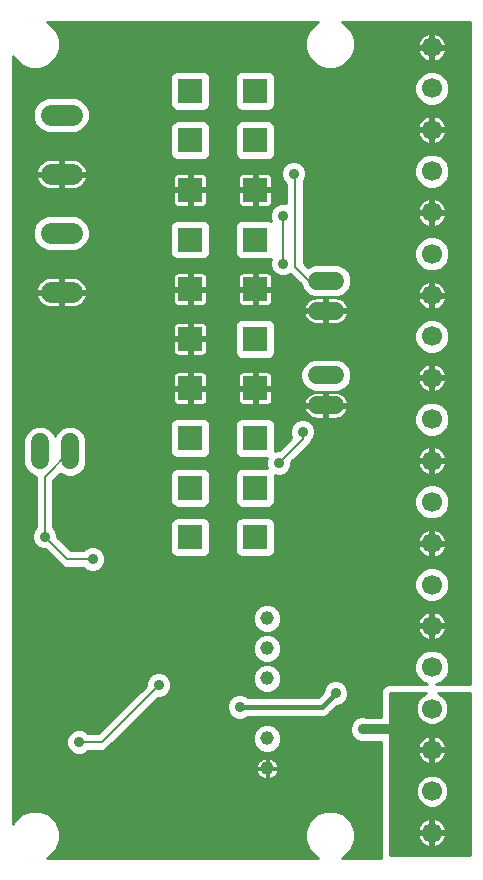
<source format=gbl>
G75*
%MOIN*%
%OFA0B0*%
%FSLAX25Y25*%
%IPPOS*%
%LPD*%
%AMOC8*
5,1,8,0,0,1.08239X$1,22.5*
%
%ADD10C,0.06000*%
%ADD11C,0.07050*%
%ADD12R,0.08268X0.08268*%
%ADD13C,0.04559*%
%ADD14C,0.06693*%
%ADD15C,0.01000*%
%ADD16C,0.03569*%
%ADD17C,0.03200*%
%ADD18C,0.00800*%
%ADD19C,0.01600*%
D10*
X0013257Y0138966D02*
X0013257Y0144966D01*
X0023257Y0144966D02*
X0023257Y0138966D01*
X0105599Y0157403D02*
X0111599Y0157403D01*
X0111599Y0167403D02*
X0105599Y0167403D01*
X0105599Y0188899D02*
X0111599Y0188899D01*
X0111599Y0198899D02*
X0105599Y0198899D01*
D11*
X0023947Y0195056D02*
X0016897Y0195056D01*
X0016897Y0214741D02*
X0023947Y0214741D01*
X0023947Y0234427D02*
X0016897Y0234427D01*
X0016897Y0254112D02*
X0023947Y0254112D01*
D12*
X0063347Y0262206D03*
X0063347Y0245671D03*
X0063347Y0229135D03*
X0063347Y0212600D03*
X0063347Y0196064D03*
X0063347Y0179529D03*
X0063347Y0162993D03*
X0063347Y0146458D03*
X0063347Y0129923D03*
X0063347Y0113387D03*
X0085001Y0113387D03*
X0085001Y0129923D03*
X0085001Y0146458D03*
X0085001Y0162993D03*
X0085001Y0179529D03*
X0085001Y0196064D03*
X0085001Y0212600D03*
X0085001Y0229135D03*
X0085001Y0245671D03*
X0085001Y0262206D03*
D13*
X0088989Y0086316D03*
X0088989Y0076316D03*
X0088989Y0066316D03*
X0088989Y0046316D03*
X0088989Y0036316D03*
D14*
X0143926Y0042497D03*
X0143926Y0028718D03*
X0143926Y0014938D03*
X0143926Y0056277D03*
X0143926Y0070056D03*
X0143926Y0083836D03*
X0143926Y0097615D03*
X0143926Y0111395D03*
X0143926Y0125175D03*
X0143926Y0138954D03*
X0143926Y0152734D03*
X0143926Y0166513D03*
X0143926Y0180293D03*
X0143926Y0194072D03*
X0143926Y0207852D03*
X0143926Y0221631D03*
X0143926Y0235411D03*
X0143926Y0249190D03*
X0143926Y0262970D03*
X0143926Y0276749D03*
D15*
X0004300Y0273753D02*
X0004300Y0017935D01*
X0004600Y0018660D01*
X0006937Y0020996D01*
X0009990Y0022261D01*
X0013295Y0022261D01*
X0016348Y0020996D01*
X0018685Y0018660D01*
X0019950Y0015606D01*
X0019950Y0012302D01*
X0018685Y0009248D01*
X0016348Y0006912D01*
X0015624Y0006612D01*
X0106087Y0006612D01*
X0105362Y0006912D01*
X0103025Y0009248D01*
X0101761Y0012302D01*
X0101761Y0015606D01*
X0103025Y0018660D01*
X0105362Y0020996D01*
X0108415Y0022261D01*
X0111720Y0022261D01*
X0114773Y0020996D01*
X0117110Y0018660D01*
X0118375Y0015606D01*
X0118375Y0012302D01*
X0117110Y0009248D01*
X0114773Y0006912D01*
X0114049Y0006612D01*
X0126864Y0006612D01*
X0126800Y0006767D01*
X0126800Y0045264D01*
X0122097Y0045264D01*
X0121652Y0045079D01*
X0119948Y0045079D01*
X0118373Y0045731D01*
X0117168Y0046937D01*
X0116516Y0048511D01*
X0116516Y0050216D01*
X0117168Y0051790D01*
X0118373Y0052996D01*
X0119948Y0053648D01*
X0121652Y0053648D01*
X0122097Y0053463D01*
X0126800Y0053463D01*
X0126800Y0061960D01*
X0127257Y0063063D01*
X0128101Y0063907D01*
X0129203Y0064363D01*
X0142392Y0064363D01*
X0140614Y0065100D01*
X0138970Y0066745D01*
X0138080Y0068893D01*
X0138080Y0071219D01*
X0138970Y0073368D01*
X0140614Y0075013D01*
X0142763Y0075903D01*
X0145089Y0075903D01*
X0147238Y0075013D01*
X0148882Y0073368D01*
X0149772Y0071219D01*
X0149772Y0068893D01*
X0148882Y0066745D01*
X0147238Y0065100D01*
X0145460Y0064363D01*
X0156780Y0064363D01*
X0156780Y0285076D01*
X0114049Y0285076D01*
X0114773Y0284776D01*
X0117110Y0282439D01*
X0118375Y0279386D01*
X0118375Y0276081D01*
X0117110Y0273028D01*
X0114773Y0270691D01*
X0111720Y0269427D01*
X0108415Y0269427D01*
X0105362Y0270691D01*
X0103025Y0273028D01*
X0101761Y0276081D01*
X0101761Y0279386D01*
X0103025Y0282439D01*
X0105362Y0284776D01*
X0106087Y0285076D01*
X0015624Y0285076D01*
X0016348Y0284776D01*
X0018685Y0282439D01*
X0019950Y0279386D01*
X0019950Y0276081D01*
X0018685Y0273028D01*
X0016348Y0270691D01*
X0013295Y0269427D01*
X0009990Y0269427D01*
X0006937Y0270691D01*
X0004600Y0273028D01*
X0004300Y0273753D01*
X0004300Y0273710D02*
X0004318Y0273710D01*
X0004300Y0272711D02*
X0004917Y0272711D01*
X0004300Y0271713D02*
X0005916Y0271713D01*
X0006914Y0270714D02*
X0004300Y0270714D01*
X0004300Y0269716D02*
X0009292Y0269716D01*
X0013993Y0269716D02*
X0107717Y0269716D01*
X0105339Y0270714D02*
X0016371Y0270714D01*
X0017370Y0271713D02*
X0104341Y0271713D01*
X0103342Y0272711D02*
X0018368Y0272711D01*
X0018967Y0273710D02*
X0102743Y0273710D01*
X0102329Y0274708D02*
X0019381Y0274708D01*
X0019794Y0275707D02*
X0101916Y0275707D01*
X0101761Y0276705D02*
X0019950Y0276705D01*
X0019950Y0277704D02*
X0101761Y0277704D01*
X0101761Y0278702D02*
X0019950Y0278702D01*
X0019819Y0279701D02*
X0101891Y0279701D01*
X0102305Y0280699D02*
X0019406Y0280699D01*
X0018992Y0281698D02*
X0102718Y0281698D01*
X0103282Y0282696D02*
X0018428Y0282696D01*
X0017429Y0283695D02*
X0104281Y0283695D01*
X0105279Y0284693D02*
X0016431Y0284693D01*
X0004300Y0268717D02*
X0058420Y0268717D01*
X0058716Y0268840D02*
X0057797Y0268459D01*
X0057094Y0267756D01*
X0056713Y0266837D01*
X0056713Y0257575D01*
X0057094Y0256656D01*
X0057797Y0255953D01*
X0058716Y0255572D01*
X0067978Y0255572D01*
X0068897Y0255953D01*
X0069600Y0256656D01*
X0069981Y0257575D01*
X0069981Y0266837D01*
X0069600Y0267756D01*
X0068897Y0268459D01*
X0067978Y0268840D01*
X0058716Y0268840D01*
X0057078Y0267719D02*
X0004300Y0267719D01*
X0004300Y0266720D02*
X0056713Y0266720D01*
X0056713Y0265722D02*
X0004300Y0265722D01*
X0004300Y0264723D02*
X0056713Y0264723D01*
X0056713Y0263724D02*
X0004300Y0263724D01*
X0004300Y0262726D02*
X0056713Y0262726D01*
X0056713Y0261727D02*
X0004300Y0261727D01*
X0004300Y0260729D02*
X0056713Y0260729D01*
X0056713Y0259730D02*
X0026126Y0259730D01*
X0025145Y0260137D02*
X0027360Y0259219D01*
X0029055Y0257524D01*
X0029972Y0255310D01*
X0029972Y0252913D01*
X0029055Y0250699D01*
X0027360Y0249004D01*
X0025145Y0248087D01*
X0015699Y0248087D01*
X0013484Y0249004D01*
X0011789Y0250699D01*
X0010872Y0252913D01*
X0010872Y0255310D01*
X0011789Y0257524D01*
X0013484Y0259219D01*
X0015699Y0260137D01*
X0025145Y0260137D01*
X0027847Y0258732D02*
X0056713Y0258732D01*
X0056713Y0257733D02*
X0028846Y0257733D01*
X0029382Y0256735D02*
X0057061Y0256735D01*
X0058320Y0255736D02*
X0029795Y0255736D01*
X0029972Y0254738D02*
X0156780Y0254738D01*
X0156780Y0255736D02*
X0090028Y0255736D01*
X0089632Y0255572D02*
X0090551Y0255953D01*
X0091254Y0256656D01*
X0091635Y0257575D01*
X0091635Y0266837D01*
X0091254Y0267756D01*
X0090551Y0268459D01*
X0089632Y0268840D01*
X0080370Y0268840D01*
X0079451Y0268459D01*
X0078748Y0267756D01*
X0078367Y0266837D01*
X0078367Y0257575D01*
X0078748Y0256656D01*
X0079451Y0255953D01*
X0080370Y0255572D01*
X0089632Y0255572D01*
X0091287Y0256735D02*
X0156780Y0256735D01*
X0156780Y0257733D02*
X0146562Y0257733D01*
X0147238Y0258013D02*
X0145089Y0257123D01*
X0142763Y0257123D01*
X0140614Y0258013D01*
X0138970Y0259658D01*
X0138080Y0261807D01*
X0138080Y0264133D01*
X0138970Y0266282D01*
X0140614Y0267926D01*
X0142763Y0268816D01*
X0145089Y0268816D01*
X0147238Y0267926D01*
X0148882Y0266282D01*
X0149772Y0264133D01*
X0149772Y0261807D01*
X0148882Y0259658D01*
X0147238Y0258013D01*
X0147956Y0258732D02*
X0156780Y0258732D01*
X0156780Y0259730D02*
X0148912Y0259730D01*
X0149326Y0260729D02*
X0156780Y0260729D01*
X0156780Y0261727D02*
X0149740Y0261727D01*
X0149772Y0262726D02*
X0156780Y0262726D01*
X0156780Y0263724D02*
X0149772Y0263724D01*
X0149528Y0264723D02*
X0156780Y0264723D01*
X0156780Y0265722D02*
X0149114Y0265722D01*
X0148444Y0266720D02*
X0156780Y0266720D01*
X0156780Y0267719D02*
X0147445Y0267719D01*
X0145328Y0268717D02*
X0156780Y0268717D01*
X0156780Y0269716D02*
X0112418Y0269716D01*
X0114796Y0270714D02*
X0156780Y0270714D01*
X0156780Y0271713D02*
X0115795Y0271713D01*
X0116793Y0272711D02*
X0141239Y0272711D01*
X0141386Y0272604D02*
X0142066Y0272258D01*
X0142791Y0272022D01*
X0143426Y0271922D01*
X0143426Y0276249D01*
X0144426Y0276249D01*
X0144426Y0271922D01*
X0145061Y0272022D01*
X0145786Y0272258D01*
X0146466Y0272604D01*
X0147083Y0273053D01*
X0147623Y0273592D01*
X0148071Y0274209D01*
X0148417Y0274889D01*
X0148653Y0275614D01*
X0148754Y0276249D01*
X0144426Y0276249D01*
X0144426Y0277249D01*
X0148754Y0277249D01*
X0148653Y0277884D01*
X0148417Y0278610D01*
X0148071Y0279289D01*
X0147623Y0279907D01*
X0147083Y0280446D01*
X0146466Y0280894D01*
X0145786Y0281241D01*
X0145061Y0281476D01*
X0144426Y0281577D01*
X0144426Y0277249D01*
X0143426Y0277249D01*
X0143426Y0276249D01*
X0139098Y0276249D01*
X0139199Y0275614D01*
X0139435Y0274889D01*
X0139781Y0274209D01*
X0140229Y0273592D01*
X0140769Y0273053D01*
X0141386Y0272604D01*
X0140144Y0273710D02*
X0117392Y0273710D01*
X0117806Y0274708D02*
X0139527Y0274708D01*
X0139184Y0275707D02*
X0118220Y0275707D01*
X0118375Y0276705D02*
X0143426Y0276705D01*
X0143426Y0277249D02*
X0139098Y0277249D01*
X0139199Y0277884D01*
X0139435Y0278610D01*
X0139781Y0279289D01*
X0140229Y0279907D01*
X0140769Y0280446D01*
X0141386Y0280894D01*
X0142066Y0281241D01*
X0142791Y0281476D01*
X0143426Y0281577D01*
X0143426Y0277249D01*
X0143426Y0277704D02*
X0144426Y0277704D01*
X0144426Y0278702D02*
X0143426Y0278702D01*
X0143426Y0279701D02*
X0144426Y0279701D01*
X0144426Y0280699D02*
X0143426Y0280699D01*
X0141117Y0280699D02*
X0117831Y0280699D01*
X0118244Y0279701D02*
X0140080Y0279701D01*
X0139482Y0278702D02*
X0118375Y0278702D01*
X0118375Y0277704D02*
X0139170Y0277704D01*
X0143426Y0275707D02*
X0144426Y0275707D01*
X0144426Y0276705D02*
X0156780Y0276705D01*
X0156780Y0275707D02*
X0148668Y0275707D01*
X0148325Y0274708D02*
X0156780Y0274708D01*
X0156780Y0273710D02*
X0147708Y0273710D01*
X0146613Y0272711D02*
X0156780Y0272711D01*
X0156780Y0277704D02*
X0148682Y0277704D01*
X0148370Y0278702D02*
X0156780Y0278702D01*
X0156780Y0279701D02*
X0147772Y0279701D01*
X0146735Y0280699D02*
X0156780Y0280699D01*
X0156780Y0281698D02*
X0117417Y0281698D01*
X0116853Y0282696D02*
X0156780Y0282696D01*
X0156780Y0283695D02*
X0115855Y0283695D01*
X0114856Y0284693D02*
X0156780Y0284693D01*
X0144426Y0274708D02*
X0143426Y0274708D01*
X0143426Y0273710D02*
X0144426Y0273710D01*
X0144426Y0272711D02*
X0143426Y0272711D01*
X0142524Y0268717D02*
X0089928Y0268717D01*
X0091270Y0267719D02*
X0140407Y0267719D01*
X0139408Y0266720D02*
X0091635Y0266720D01*
X0091635Y0265722D02*
X0138738Y0265722D01*
X0138324Y0264723D02*
X0091635Y0264723D01*
X0091635Y0263724D02*
X0138080Y0263724D01*
X0138080Y0262726D02*
X0091635Y0262726D01*
X0091635Y0261727D02*
X0138112Y0261727D01*
X0138526Y0260729D02*
X0091635Y0260729D01*
X0091635Y0259730D02*
X0138940Y0259730D01*
X0139896Y0258732D02*
X0091635Y0258732D01*
X0091635Y0257733D02*
X0141290Y0257733D01*
X0142791Y0253917D02*
X0142066Y0253682D01*
X0141386Y0253335D01*
X0140769Y0252887D01*
X0140229Y0252348D01*
X0139781Y0251730D01*
X0139435Y0251051D01*
X0139199Y0250325D01*
X0139098Y0249690D01*
X0143426Y0249690D01*
X0143426Y0248690D01*
X0144426Y0248690D01*
X0144426Y0244363D01*
X0145061Y0244463D01*
X0145786Y0244699D01*
X0146466Y0245045D01*
X0147083Y0245494D01*
X0147623Y0246033D01*
X0148071Y0246650D01*
X0148417Y0247330D01*
X0148653Y0248055D01*
X0148754Y0248690D01*
X0144426Y0248690D01*
X0144426Y0249690D01*
X0148754Y0249690D01*
X0148653Y0250325D01*
X0148417Y0251051D01*
X0148071Y0251730D01*
X0147623Y0252348D01*
X0147083Y0252887D01*
X0146466Y0253335D01*
X0145786Y0253682D01*
X0145061Y0253917D01*
X0144426Y0254018D01*
X0144426Y0249690D01*
X0143426Y0249690D01*
X0143426Y0254018D01*
X0142791Y0253917D01*
X0142243Y0253739D02*
X0029972Y0253739D01*
X0029901Y0252741D02*
X0140623Y0252741D01*
X0139790Y0251742D02*
X0090732Y0251742D01*
X0090551Y0251924D02*
X0089632Y0252304D01*
X0080370Y0252304D01*
X0079451Y0251924D01*
X0078748Y0251221D01*
X0078367Y0250302D01*
X0078367Y0241039D01*
X0078748Y0240121D01*
X0079451Y0239417D01*
X0080370Y0239037D01*
X0089632Y0239037D01*
X0090551Y0239417D01*
X0091254Y0240121D01*
X0091635Y0241039D01*
X0091635Y0250302D01*
X0091254Y0251221D01*
X0090551Y0251924D01*
X0091452Y0250744D02*
X0139335Y0250744D01*
X0139107Y0249745D02*
X0091635Y0249745D01*
X0091635Y0248747D02*
X0143426Y0248747D01*
X0143426Y0248690D02*
X0139098Y0248690D01*
X0139199Y0248055D01*
X0139435Y0247330D01*
X0139781Y0246650D01*
X0140229Y0246033D01*
X0140769Y0245494D01*
X0141386Y0245045D01*
X0142066Y0244699D01*
X0142791Y0244463D01*
X0143426Y0244363D01*
X0143426Y0248690D01*
X0143426Y0247748D02*
X0144426Y0247748D01*
X0144426Y0246750D02*
X0143426Y0246750D01*
X0143426Y0245751D02*
X0144426Y0245751D01*
X0144426Y0244753D02*
X0143426Y0244753D01*
X0141960Y0244753D02*
X0091635Y0244753D01*
X0091635Y0245751D02*
X0140511Y0245751D01*
X0139730Y0246750D02*
X0091635Y0246750D01*
X0091635Y0247748D02*
X0139299Y0247748D01*
X0143426Y0249745D02*
X0144426Y0249745D01*
X0144426Y0248747D02*
X0156780Y0248747D01*
X0156780Y0249745D02*
X0148745Y0249745D01*
X0148517Y0250744D02*
X0156780Y0250744D01*
X0156780Y0251742D02*
X0148062Y0251742D01*
X0147229Y0252741D02*
X0156780Y0252741D01*
X0156780Y0253739D02*
X0145609Y0253739D01*
X0144426Y0253739D02*
X0143426Y0253739D01*
X0143426Y0252741D02*
X0144426Y0252741D01*
X0144426Y0251742D02*
X0143426Y0251742D01*
X0143426Y0250744D02*
X0144426Y0250744D01*
X0148122Y0246750D02*
X0156780Y0246750D01*
X0156780Y0247748D02*
X0148553Y0247748D01*
X0147341Y0245751D02*
X0156780Y0245751D01*
X0156780Y0244753D02*
X0145892Y0244753D01*
X0145089Y0241257D02*
X0142763Y0241257D01*
X0140614Y0240367D01*
X0138970Y0238723D01*
X0138080Y0236574D01*
X0138080Y0234248D01*
X0138970Y0232099D01*
X0140614Y0230454D01*
X0142763Y0229564D01*
X0145089Y0229564D01*
X0147238Y0230454D01*
X0148882Y0232099D01*
X0149772Y0234248D01*
X0149772Y0236574D01*
X0148882Y0238723D01*
X0147238Y0240367D01*
X0145089Y0241257D01*
X0146292Y0240759D02*
X0156780Y0240759D01*
X0156780Y0241757D02*
X0091635Y0241757D01*
X0091635Y0242756D02*
X0156780Y0242756D01*
X0156780Y0243754D02*
X0091635Y0243754D01*
X0091518Y0240759D02*
X0141560Y0240759D01*
X0140007Y0239760D02*
X0090894Y0239760D01*
X0094168Y0237038D02*
X0093516Y0235464D01*
X0093516Y0233759D01*
X0094168Y0232185D01*
X0095373Y0230980D01*
X0095400Y0230968D01*
X0095400Y0224793D01*
X0095152Y0224896D01*
X0093448Y0224896D01*
X0091873Y0224244D01*
X0090668Y0223038D01*
X0090016Y0221464D01*
X0090016Y0219759D01*
X0090358Y0218933D01*
X0089632Y0219234D01*
X0080370Y0219234D01*
X0079451Y0218853D01*
X0078748Y0218150D01*
X0078367Y0217231D01*
X0078367Y0207969D01*
X0078748Y0207050D01*
X0079451Y0206346D01*
X0080370Y0205966D01*
X0089632Y0205966D01*
X0090346Y0206262D01*
X0090016Y0205464D01*
X0090016Y0203759D01*
X0090668Y0202185D01*
X0091873Y0200980D01*
X0093448Y0200327D01*
X0095152Y0200327D01*
X0096727Y0200980D01*
X0096779Y0201032D01*
X0100166Y0197645D01*
X0100937Y0195783D01*
X0102484Y0194236D01*
X0104505Y0193399D01*
X0112693Y0193399D01*
X0114715Y0194236D01*
X0116262Y0195783D01*
X0117099Y0197805D01*
X0117099Y0199993D01*
X0116262Y0202014D01*
X0114715Y0203562D01*
X0112693Y0204399D01*
X0104505Y0204399D01*
X0102484Y0203562D01*
X0102467Y0203545D01*
X0101200Y0204813D01*
X0101200Y0231953D01*
X0101432Y0232185D01*
X0102084Y0233759D01*
X0102084Y0235464D01*
X0101432Y0237038D01*
X0100227Y0238244D01*
X0098652Y0238896D01*
X0096948Y0238896D01*
X0095373Y0238244D01*
X0094168Y0237038D01*
X0094055Y0236765D02*
X0028395Y0236765D01*
X0028245Y0237060D02*
X0028604Y0236355D01*
X0028848Y0235603D01*
X0028955Y0234926D01*
X0020922Y0234926D01*
X0020922Y0233927D01*
X0028955Y0233927D01*
X0028848Y0233250D01*
X0028604Y0232498D01*
X0028245Y0231793D01*
X0027780Y0231153D01*
X0027221Y0230594D01*
X0026581Y0230129D01*
X0025876Y0229770D01*
X0025124Y0229525D01*
X0024343Y0229402D01*
X0020922Y0229402D01*
X0020922Y0233926D01*
X0019922Y0233926D01*
X0019922Y0229402D01*
X0016502Y0229402D01*
X0015720Y0229525D01*
X0014968Y0229770D01*
X0014263Y0230129D01*
X0013623Y0230594D01*
X0013064Y0231153D01*
X0012599Y0231793D01*
X0012240Y0232498D01*
X0011996Y0233250D01*
X0011889Y0233927D01*
X0019922Y0233927D01*
X0019922Y0234926D01*
X0011889Y0234926D01*
X0011996Y0235603D01*
X0012240Y0236355D01*
X0012599Y0237060D01*
X0013064Y0237700D01*
X0013623Y0238259D01*
X0014263Y0238724D01*
X0014968Y0239083D01*
X0015720Y0239328D01*
X0016502Y0239451D01*
X0019922Y0239451D01*
X0019922Y0234927D01*
X0020922Y0234927D01*
X0020922Y0239451D01*
X0024343Y0239451D01*
X0025124Y0239328D01*
X0025876Y0239083D01*
X0026581Y0238724D01*
X0027221Y0238259D01*
X0027780Y0237700D01*
X0028245Y0237060D01*
X0027717Y0237763D02*
X0094893Y0237763D01*
X0096624Y0238762D02*
X0026507Y0238762D01*
X0028795Y0235766D02*
X0093641Y0235766D01*
X0093516Y0234768D02*
X0089337Y0234768D01*
X0089332Y0234769D02*
X0085501Y0234769D01*
X0085501Y0229635D01*
X0090635Y0229635D01*
X0090635Y0233466D01*
X0090532Y0233848D01*
X0090335Y0234190D01*
X0090056Y0234469D01*
X0089714Y0234667D01*
X0089332Y0234769D01*
X0090554Y0233769D02*
X0093516Y0233769D01*
X0093925Y0232771D02*
X0090635Y0232771D01*
X0090635Y0231772D02*
X0094581Y0231772D01*
X0095400Y0230774D02*
X0090635Y0230774D01*
X0090635Y0229775D02*
X0095400Y0229775D01*
X0095400Y0228777D02*
X0085501Y0228777D01*
X0085501Y0228635D02*
X0085501Y0229635D01*
X0084501Y0229635D01*
X0084501Y0234769D01*
X0080669Y0234769D01*
X0080288Y0234667D01*
X0079946Y0234469D01*
X0079667Y0234190D01*
X0079469Y0233848D01*
X0079367Y0233466D01*
X0079367Y0229635D01*
X0084501Y0229635D01*
X0084501Y0228635D01*
X0085501Y0228635D01*
X0090635Y0228635D01*
X0090635Y0224804D01*
X0090532Y0224422D01*
X0090335Y0224080D01*
X0090056Y0223801D01*
X0089714Y0223604D01*
X0089332Y0223501D01*
X0085501Y0223501D01*
X0085501Y0228635D01*
X0085501Y0227778D02*
X0084501Y0227778D01*
X0084501Y0228635D02*
X0084501Y0223501D01*
X0080669Y0223501D01*
X0080288Y0223604D01*
X0079946Y0223801D01*
X0079667Y0224080D01*
X0079469Y0224422D01*
X0079367Y0224804D01*
X0079367Y0228635D01*
X0084501Y0228635D01*
X0084501Y0228777D02*
X0063847Y0228777D01*
X0063847Y0228635D02*
X0063847Y0229635D01*
X0062847Y0229635D01*
X0062847Y0228635D01*
X0057713Y0228635D01*
X0057713Y0224804D01*
X0057816Y0224422D01*
X0058013Y0224080D01*
X0058292Y0223801D01*
X0058634Y0223604D01*
X0059016Y0223501D01*
X0062847Y0223501D01*
X0062847Y0228635D01*
X0063847Y0228635D01*
X0063847Y0223501D01*
X0067679Y0223501D01*
X0068060Y0223604D01*
X0068402Y0223801D01*
X0068681Y0224080D01*
X0068879Y0224422D01*
X0068981Y0224804D01*
X0068981Y0228635D01*
X0063847Y0228635D01*
X0063847Y0227778D02*
X0062847Y0227778D01*
X0062847Y0226780D02*
X0063847Y0226780D01*
X0063847Y0225781D02*
X0062847Y0225781D01*
X0062847Y0224783D02*
X0063847Y0224783D01*
X0063847Y0223784D02*
X0062847Y0223784D01*
X0058322Y0223784D02*
X0004300Y0223784D01*
X0004300Y0222786D02*
X0090563Y0222786D01*
X0090150Y0221787D02*
X0004300Y0221787D01*
X0004300Y0220788D02*
X0090016Y0220788D01*
X0090016Y0219790D02*
X0027419Y0219790D01*
X0027360Y0219849D02*
X0025145Y0220766D01*
X0015699Y0220766D01*
X0013484Y0219849D01*
X0011789Y0218154D01*
X0010872Y0215940D01*
X0010872Y0213543D01*
X0011789Y0211329D01*
X0013484Y0209634D01*
X0015699Y0208716D01*
X0025145Y0208716D01*
X0027360Y0209634D01*
X0029055Y0211329D01*
X0029972Y0213543D01*
X0029972Y0215940D01*
X0029055Y0218154D01*
X0027360Y0219849D01*
X0028418Y0218791D02*
X0057736Y0218791D01*
X0057797Y0218853D02*
X0057094Y0218150D01*
X0056713Y0217231D01*
X0056713Y0207969D01*
X0057094Y0207050D01*
X0057797Y0206346D01*
X0058716Y0205966D01*
X0067978Y0205966D01*
X0068897Y0206346D01*
X0069600Y0207050D01*
X0069981Y0207969D01*
X0069981Y0217231D01*
X0069600Y0218150D01*
X0068897Y0218853D01*
X0067978Y0219234D01*
X0058716Y0219234D01*
X0057797Y0218853D01*
X0056946Y0217793D02*
X0029204Y0217793D01*
X0029618Y0216794D02*
X0056713Y0216794D01*
X0056713Y0215796D02*
X0029972Y0215796D01*
X0029972Y0214797D02*
X0056713Y0214797D01*
X0056713Y0213799D02*
X0029972Y0213799D01*
X0029664Y0212800D02*
X0056713Y0212800D01*
X0056713Y0211802D02*
X0029251Y0211802D01*
X0028530Y0210803D02*
X0056713Y0210803D01*
X0056713Y0209805D02*
X0027531Y0209805D01*
X0025363Y0208806D02*
X0056713Y0208806D01*
X0056780Y0207808D02*
X0004300Y0207808D01*
X0004300Y0208806D02*
X0015482Y0208806D01*
X0013313Y0209805D02*
X0004300Y0209805D01*
X0004300Y0210803D02*
X0012314Y0210803D01*
X0011593Y0211802D02*
X0004300Y0211802D01*
X0004300Y0212800D02*
X0011180Y0212800D01*
X0010872Y0213799D02*
X0004300Y0213799D01*
X0004300Y0214797D02*
X0010872Y0214797D01*
X0010872Y0215796D02*
X0004300Y0215796D01*
X0004300Y0216794D02*
X0011226Y0216794D01*
X0011640Y0217793D02*
X0004300Y0217793D01*
X0004300Y0218791D02*
X0012426Y0218791D01*
X0013425Y0219790D02*
X0004300Y0219790D01*
X0004300Y0224783D02*
X0057719Y0224783D01*
X0057713Y0225781D02*
X0004300Y0225781D01*
X0004300Y0226780D02*
X0057713Y0226780D01*
X0057713Y0227778D02*
X0004300Y0227778D01*
X0004300Y0228777D02*
X0062847Y0228777D01*
X0062847Y0229635D02*
X0057713Y0229635D01*
X0057713Y0233466D01*
X0057816Y0233848D01*
X0058013Y0234190D01*
X0058292Y0234469D01*
X0058634Y0234667D01*
X0059016Y0234769D01*
X0062847Y0234769D01*
X0062847Y0229635D01*
X0062847Y0229775D02*
X0063847Y0229775D01*
X0063847Y0229635D02*
X0063847Y0234769D01*
X0067679Y0234769D01*
X0068060Y0234667D01*
X0068402Y0234469D01*
X0068681Y0234190D01*
X0068879Y0233848D01*
X0068981Y0233466D01*
X0068981Y0229635D01*
X0063847Y0229635D01*
X0063847Y0230774D02*
X0062847Y0230774D01*
X0062847Y0231772D02*
X0063847Y0231772D01*
X0063847Y0232771D02*
X0062847Y0232771D01*
X0062847Y0233769D02*
X0063847Y0233769D01*
X0063847Y0234768D02*
X0062847Y0234768D01*
X0059011Y0234768D02*
X0020922Y0234768D01*
X0020922Y0235766D02*
X0019922Y0235766D01*
X0019922Y0234768D02*
X0004300Y0234768D01*
X0004300Y0235766D02*
X0012049Y0235766D01*
X0012449Y0236765D02*
X0004300Y0236765D01*
X0004300Y0237763D02*
X0013127Y0237763D01*
X0014337Y0238762D02*
X0004300Y0238762D01*
X0004300Y0239760D02*
X0057454Y0239760D01*
X0057797Y0239417D02*
X0058716Y0239037D01*
X0067978Y0239037D01*
X0068897Y0239417D01*
X0069600Y0240121D01*
X0069981Y0241039D01*
X0069981Y0250302D01*
X0069600Y0251221D01*
X0068897Y0251924D01*
X0067978Y0252304D01*
X0058716Y0252304D01*
X0057797Y0251924D01*
X0057094Y0251221D01*
X0056713Y0250302D01*
X0056713Y0241039D01*
X0057094Y0240121D01*
X0057797Y0239417D01*
X0056830Y0240759D02*
X0004300Y0240759D01*
X0004300Y0241757D02*
X0056713Y0241757D01*
X0056713Y0242756D02*
X0004300Y0242756D01*
X0004300Y0243754D02*
X0056713Y0243754D01*
X0056713Y0244753D02*
X0004300Y0244753D01*
X0004300Y0245751D02*
X0056713Y0245751D01*
X0056713Y0246750D02*
X0004300Y0246750D01*
X0004300Y0247748D02*
X0056713Y0247748D01*
X0056713Y0248747D02*
X0026740Y0248747D01*
X0028101Y0249745D02*
X0056713Y0249745D01*
X0056897Y0250744D02*
X0029073Y0250744D01*
X0029487Y0251742D02*
X0057616Y0251742D01*
X0067684Y0234768D02*
X0080664Y0234768D01*
X0079448Y0233769D02*
X0068900Y0233769D01*
X0068981Y0232771D02*
X0079367Y0232771D01*
X0079367Y0231772D02*
X0068981Y0231772D01*
X0068981Y0230774D02*
X0079367Y0230774D01*
X0079367Y0229775D02*
X0068981Y0229775D01*
X0068981Y0227778D02*
X0079367Y0227778D01*
X0079367Y0226780D02*
X0068981Y0226780D01*
X0068981Y0225781D02*
X0079367Y0225781D01*
X0079373Y0224783D02*
X0068975Y0224783D01*
X0068373Y0223784D02*
X0079975Y0223784D01*
X0079389Y0218791D02*
X0068959Y0218791D01*
X0069748Y0217793D02*
X0078600Y0217793D01*
X0078367Y0216794D02*
X0069981Y0216794D01*
X0069981Y0215796D02*
X0078367Y0215796D01*
X0078367Y0214797D02*
X0069981Y0214797D01*
X0069981Y0213799D02*
X0078367Y0213799D01*
X0078367Y0212800D02*
X0069981Y0212800D01*
X0069981Y0211802D02*
X0078367Y0211802D01*
X0078367Y0210803D02*
X0069981Y0210803D01*
X0069981Y0209805D02*
X0078367Y0209805D01*
X0078367Y0208806D02*
X0069981Y0208806D01*
X0069915Y0207808D02*
X0078434Y0207808D01*
X0078988Y0206809D02*
X0069360Y0206809D01*
X0068060Y0201596D02*
X0067679Y0201698D01*
X0063847Y0201698D01*
X0063847Y0196564D01*
X0068981Y0196564D01*
X0068981Y0200396D01*
X0068879Y0200777D01*
X0068681Y0201119D01*
X0068402Y0201398D01*
X0068060Y0201596D01*
X0068855Y0200818D02*
X0079493Y0200818D01*
X0079469Y0200777D02*
X0079367Y0200396D01*
X0079367Y0196564D01*
X0084501Y0196564D01*
X0084501Y0195564D01*
X0085501Y0195564D01*
X0085501Y0190430D01*
X0089332Y0190430D01*
X0089714Y0190533D01*
X0090056Y0190730D01*
X0090335Y0191009D01*
X0090532Y0191351D01*
X0090635Y0191733D01*
X0090635Y0195564D01*
X0085501Y0195564D01*
X0085501Y0196564D01*
X0090635Y0196564D01*
X0090635Y0200396D01*
X0090532Y0200777D01*
X0090335Y0201119D01*
X0090056Y0201398D01*
X0089714Y0201596D01*
X0089332Y0201698D01*
X0085501Y0201698D01*
X0085501Y0196564D01*
X0084501Y0196564D01*
X0084501Y0201698D01*
X0080669Y0201698D01*
X0080288Y0201596D01*
X0079946Y0201398D01*
X0079667Y0201119D01*
X0079469Y0200777D01*
X0079367Y0199820D02*
X0068981Y0199820D01*
X0068981Y0198821D02*
X0079367Y0198821D01*
X0079367Y0197823D02*
X0068981Y0197823D01*
X0068981Y0196824D02*
X0079367Y0196824D01*
X0079367Y0195564D02*
X0079367Y0191733D01*
X0079469Y0191351D01*
X0079667Y0191009D01*
X0079946Y0190730D01*
X0080288Y0190533D01*
X0080669Y0190430D01*
X0084501Y0190430D01*
X0084501Y0195564D01*
X0079367Y0195564D01*
X0079367Y0194827D02*
X0068981Y0194827D01*
X0068981Y0195564D02*
X0063847Y0195564D01*
X0063847Y0190430D01*
X0067679Y0190430D01*
X0068060Y0190533D01*
X0068402Y0190730D01*
X0068681Y0191009D01*
X0068879Y0191351D01*
X0068981Y0191733D01*
X0068981Y0195564D01*
X0068981Y0193829D02*
X0079367Y0193829D01*
X0079367Y0192830D02*
X0068981Y0192830D01*
X0068981Y0191832D02*
X0079367Y0191832D01*
X0079843Y0190833D02*
X0068505Y0190833D01*
X0067679Y0185163D02*
X0063847Y0185163D01*
X0063847Y0180029D01*
X0062847Y0180029D01*
X0062847Y0179029D01*
X0057713Y0179029D01*
X0057713Y0175198D01*
X0057816Y0174816D01*
X0058013Y0174474D01*
X0058292Y0174195D01*
X0058634Y0173997D01*
X0059016Y0173895D01*
X0062847Y0173895D01*
X0062847Y0179029D01*
X0063847Y0179029D01*
X0063847Y0173895D01*
X0067679Y0173895D01*
X0068060Y0173997D01*
X0068402Y0174195D01*
X0068681Y0174474D01*
X0068879Y0174816D01*
X0068981Y0175198D01*
X0068981Y0179029D01*
X0063847Y0179029D01*
X0063847Y0180029D01*
X0068981Y0180029D01*
X0068981Y0183860D01*
X0068879Y0184242D01*
X0068681Y0184584D01*
X0068402Y0184863D01*
X0068060Y0185060D01*
X0067679Y0185163D01*
X0068423Y0184842D02*
X0078649Y0184842D01*
X0078748Y0185079D02*
X0078367Y0184160D01*
X0078367Y0174898D01*
X0078748Y0173979D01*
X0079451Y0173276D01*
X0080370Y0172895D01*
X0089632Y0172895D01*
X0090551Y0173276D01*
X0091254Y0173979D01*
X0091635Y0174898D01*
X0091635Y0184160D01*
X0091254Y0185079D01*
X0090551Y0185782D01*
X0089632Y0186163D01*
X0080370Y0186163D01*
X0079451Y0185782D01*
X0078748Y0185079D01*
X0079592Y0185841D02*
X0004300Y0185841D01*
X0004300Y0186839D02*
X0101598Y0186839D01*
X0101750Y0186540D02*
X0101429Y0187172D01*
X0101210Y0187845D01*
X0101122Y0188399D01*
X0108099Y0188399D01*
X0108099Y0189399D01*
X0101122Y0189399D01*
X0101210Y0189953D01*
X0101429Y0190626D01*
X0101750Y0191257D01*
X0102167Y0191830D01*
X0102668Y0192331D01*
X0103241Y0192748D01*
X0103872Y0193069D01*
X0104545Y0193288D01*
X0105245Y0193399D01*
X0108099Y0193399D01*
X0108099Y0189399D01*
X0109099Y0189399D01*
X0109099Y0193399D01*
X0111953Y0193399D01*
X0112653Y0193288D01*
X0113327Y0193069D01*
X0113958Y0192748D01*
X0114531Y0192331D01*
X0115032Y0191830D01*
X0115448Y0191257D01*
X0115770Y0190626D01*
X0115988Y0189953D01*
X0116076Y0189399D01*
X0109099Y0189399D01*
X0109099Y0188399D01*
X0109099Y0184399D01*
X0111953Y0184399D01*
X0112653Y0184510D01*
X0113327Y0184729D01*
X0113958Y0185050D01*
X0114531Y0185467D01*
X0115032Y0185967D01*
X0115448Y0186540D01*
X0115770Y0187172D01*
X0115988Y0187845D01*
X0116076Y0188399D01*
X0109099Y0188399D01*
X0108099Y0188399D01*
X0108099Y0184399D01*
X0105245Y0184399D01*
X0104545Y0184510D01*
X0103872Y0184729D01*
X0103241Y0185050D01*
X0102668Y0185467D01*
X0102167Y0185967D01*
X0101750Y0186540D01*
X0102294Y0185841D02*
X0090410Y0185841D01*
X0091352Y0184842D02*
X0103649Y0184842D01*
X0101212Y0187838D02*
X0004300Y0187838D01*
X0004300Y0188836D02*
X0108099Y0188836D01*
X0108099Y0187838D02*
X0109099Y0187838D01*
X0109099Y0188836D02*
X0156780Y0188836D01*
X0156780Y0187838D02*
X0115986Y0187838D01*
X0115600Y0186839D02*
X0156780Y0186839D01*
X0156780Y0185841D02*
X0145810Y0185841D01*
X0145089Y0186139D02*
X0142763Y0186139D01*
X0140614Y0185249D01*
X0138970Y0183604D01*
X0138080Y0181456D01*
X0138080Y0179130D01*
X0138970Y0176981D01*
X0140614Y0175336D01*
X0142763Y0174446D01*
X0145089Y0174446D01*
X0147238Y0175336D01*
X0148882Y0176981D01*
X0149772Y0179130D01*
X0149772Y0181456D01*
X0148882Y0183604D01*
X0147238Y0185249D01*
X0145089Y0186139D01*
X0142042Y0185841D02*
X0114905Y0185841D01*
X0113549Y0184842D02*
X0140207Y0184842D01*
X0139209Y0183844D02*
X0091635Y0183844D01*
X0091635Y0182845D02*
X0138655Y0182845D01*
X0138241Y0181847D02*
X0091635Y0181847D01*
X0091635Y0180848D02*
X0138080Y0180848D01*
X0138080Y0179850D02*
X0091635Y0179850D01*
X0091635Y0178851D02*
X0138195Y0178851D01*
X0138609Y0177853D02*
X0091635Y0177853D01*
X0091635Y0176854D02*
X0139096Y0176854D01*
X0140095Y0175855D02*
X0091635Y0175855D01*
X0091618Y0174857D02*
X0141771Y0174857D01*
X0142791Y0171240D02*
X0142066Y0171004D01*
X0141386Y0170658D01*
X0140769Y0170210D01*
X0140229Y0169670D01*
X0139781Y0169053D01*
X0139435Y0168373D01*
X0139199Y0167648D01*
X0139098Y0167013D01*
X0143426Y0167013D01*
X0143426Y0166013D01*
X0144426Y0166013D01*
X0144426Y0161685D01*
X0145061Y0161786D01*
X0145786Y0162022D01*
X0146466Y0162368D01*
X0147083Y0162816D01*
X0147623Y0163356D01*
X0148071Y0163973D01*
X0148417Y0164653D01*
X0148653Y0165378D01*
X0148754Y0166013D01*
X0144426Y0166013D01*
X0144426Y0167013D01*
X0148754Y0167013D01*
X0148653Y0167648D01*
X0148417Y0168373D01*
X0148071Y0169053D01*
X0147623Y0169670D01*
X0147083Y0170210D01*
X0146466Y0170658D01*
X0145786Y0171004D01*
X0145061Y0171240D01*
X0144426Y0171341D01*
X0144426Y0167013D01*
X0143426Y0167013D01*
X0143426Y0171341D01*
X0142791Y0171240D01*
X0143426Y0170863D02*
X0144426Y0170863D01*
X0144426Y0169864D02*
X0143426Y0169864D01*
X0143426Y0168866D02*
X0144426Y0168866D01*
X0144426Y0167867D02*
X0143426Y0167867D01*
X0143426Y0166869D02*
X0117099Y0166869D01*
X0117099Y0166309D02*
X0117099Y0168497D01*
X0116262Y0170518D01*
X0114715Y0172066D01*
X0112693Y0172903D01*
X0104505Y0172903D01*
X0102484Y0172066D01*
X0100937Y0170518D01*
X0100099Y0168497D01*
X0100099Y0166309D01*
X0100937Y0164287D01*
X0102484Y0162740D01*
X0104505Y0161903D01*
X0112693Y0161903D01*
X0114715Y0162740D01*
X0116262Y0164287D01*
X0117099Y0166309D01*
X0116918Y0165870D02*
X0139121Y0165870D01*
X0139098Y0166013D02*
X0139199Y0165378D01*
X0139435Y0164653D01*
X0139781Y0163973D01*
X0140229Y0163356D01*
X0140769Y0162816D01*
X0141386Y0162368D01*
X0142066Y0162022D01*
X0142791Y0161786D01*
X0143426Y0161685D01*
X0143426Y0166013D01*
X0139098Y0166013D01*
X0139363Y0164872D02*
X0116504Y0164872D01*
X0115848Y0163873D02*
X0139853Y0163873D01*
X0140710Y0162875D02*
X0114849Y0162875D01*
X0113958Y0161252D02*
X0113327Y0161573D01*
X0112653Y0161792D01*
X0111953Y0161903D01*
X0109099Y0161903D01*
X0109099Y0157903D01*
X0108099Y0157903D01*
X0108099Y0156903D01*
X0101122Y0156903D01*
X0101210Y0156349D01*
X0101429Y0155675D01*
X0101750Y0155044D01*
X0102167Y0154471D01*
X0102668Y0153970D01*
X0103241Y0153554D01*
X0103872Y0153233D01*
X0104545Y0153014D01*
X0105245Y0152903D01*
X0108099Y0152903D01*
X0108099Y0156903D01*
X0109099Y0156903D01*
X0109099Y0152903D01*
X0111953Y0152903D01*
X0112653Y0153014D01*
X0113327Y0153233D01*
X0113958Y0153554D01*
X0114531Y0153970D01*
X0115032Y0154471D01*
X0115448Y0155044D01*
X0115770Y0155675D01*
X0115988Y0156349D01*
X0116076Y0156903D01*
X0109099Y0156903D01*
X0109099Y0157903D01*
X0116076Y0157903D01*
X0115988Y0158457D01*
X0115770Y0159130D01*
X0115448Y0159761D01*
X0115032Y0160334D01*
X0114531Y0160835D01*
X0113958Y0161252D01*
X0114472Y0160878D02*
X0156780Y0160878D01*
X0156780Y0161876D02*
X0145339Y0161876D01*
X0144426Y0161876D02*
X0143426Y0161876D01*
X0142513Y0161876D02*
X0112121Y0161876D01*
X0109099Y0161876D02*
X0108099Y0161876D01*
X0108099Y0161903D02*
X0108099Y0157903D01*
X0101122Y0157903D01*
X0101210Y0158457D01*
X0101429Y0159130D01*
X0101750Y0159761D01*
X0102167Y0160334D01*
X0102668Y0160835D01*
X0103241Y0161252D01*
X0103872Y0161573D01*
X0104545Y0161792D01*
X0105245Y0161903D01*
X0108099Y0161903D01*
X0108099Y0160878D02*
X0109099Y0160878D01*
X0109099Y0159879D02*
X0108099Y0159879D01*
X0108099Y0158881D02*
X0109099Y0158881D01*
X0109099Y0157882D02*
X0141079Y0157882D01*
X0140614Y0157690D02*
X0138970Y0156045D01*
X0138080Y0153897D01*
X0138080Y0151571D01*
X0138970Y0149422D01*
X0140614Y0147777D01*
X0142763Y0146887D01*
X0145089Y0146887D01*
X0147238Y0147777D01*
X0148882Y0149422D01*
X0149772Y0151571D01*
X0149772Y0153897D01*
X0148882Y0156045D01*
X0147238Y0157690D01*
X0145089Y0158580D01*
X0142763Y0158580D01*
X0140614Y0157690D01*
X0139808Y0156884D02*
X0116073Y0156884D01*
X0115838Y0155885D02*
X0138903Y0155885D01*
X0138490Y0154887D02*
X0115333Y0154887D01*
X0114418Y0153888D02*
X0138080Y0153888D01*
X0138080Y0152890D02*
X0101667Y0152890D01*
X0101652Y0152896D02*
X0099948Y0152896D01*
X0098373Y0152244D01*
X0097168Y0151038D01*
X0096516Y0149464D01*
X0096516Y0147759D01*
X0097052Y0146465D01*
X0092983Y0142396D01*
X0091948Y0142396D01*
X0091635Y0142266D01*
X0091635Y0151089D01*
X0091254Y0152008D01*
X0090551Y0152711D01*
X0089632Y0153092D01*
X0080370Y0153092D01*
X0079451Y0152711D01*
X0078748Y0152008D01*
X0078367Y0151089D01*
X0078367Y0141827D01*
X0078748Y0140908D01*
X0069600Y0140908D01*
X0069981Y0141827D01*
X0069981Y0151089D01*
X0069600Y0152008D01*
X0068897Y0152711D01*
X0067978Y0153092D01*
X0058716Y0153092D01*
X0057797Y0152711D01*
X0057094Y0152008D01*
X0056713Y0151089D01*
X0056713Y0141827D01*
X0057094Y0140908D01*
X0057797Y0140205D01*
X0058716Y0139824D01*
X0067978Y0139824D01*
X0068897Y0140205D01*
X0069600Y0140908D01*
X0069981Y0141906D02*
X0078367Y0141906D01*
X0078367Y0142905D02*
X0069981Y0142905D01*
X0069981Y0143903D02*
X0078367Y0143903D01*
X0078367Y0144902D02*
X0069981Y0144902D01*
X0069981Y0145900D02*
X0078367Y0145900D01*
X0078367Y0146899D02*
X0069981Y0146899D01*
X0069981Y0147897D02*
X0078367Y0147897D01*
X0078367Y0148896D02*
X0069981Y0148896D01*
X0069981Y0149894D02*
X0078367Y0149894D01*
X0078367Y0150893D02*
X0069981Y0150893D01*
X0069649Y0151891D02*
X0078699Y0151891D01*
X0079882Y0152890D02*
X0068466Y0152890D01*
X0067679Y0157360D02*
X0068060Y0157462D01*
X0068402Y0157659D01*
X0068681Y0157939D01*
X0068879Y0158281D01*
X0068981Y0158662D01*
X0068981Y0162493D01*
X0063847Y0162493D01*
X0063847Y0157360D01*
X0067679Y0157360D01*
X0068625Y0157882D02*
X0079723Y0157882D01*
X0079667Y0157939D02*
X0079946Y0157659D01*
X0080288Y0157462D01*
X0080669Y0157360D01*
X0084501Y0157360D01*
X0084501Y0162493D01*
X0085501Y0162493D01*
X0085501Y0157360D01*
X0089332Y0157360D01*
X0089714Y0157462D01*
X0090056Y0157659D01*
X0090335Y0157939D01*
X0090532Y0158281D01*
X0090635Y0158662D01*
X0090635Y0162493D01*
X0085501Y0162493D01*
X0085501Y0163493D01*
X0090635Y0163493D01*
X0090635Y0167325D01*
X0090532Y0167706D01*
X0090335Y0168048D01*
X0090056Y0168328D01*
X0089714Y0168525D01*
X0089332Y0168627D01*
X0085501Y0168627D01*
X0085501Y0163493D01*
X0084501Y0163493D01*
X0084501Y0162493D01*
X0079367Y0162493D01*
X0079367Y0158662D01*
X0079469Y0158281D01*
X0079667Y0157939D01*
X0079367Y0158881D02*
X0068981Y0158881D01*
X0068981Y0159879D02*
X0079367Y0159879D01*
X0079367Y0160878D02*
X0068981Y0160878D01*
X0068981Y0161876D02*
X0079367Y0161876D01*
X0079367Y0163493D02*
X0079367Y0167325D01*
X0079469Y0167706D01*
X0079667Y0168048D01*
X0079946Y0168328D01*
X0080288Y0168525D01*
X0080669Y0168627D01*
X0084501Y0168627D01*
X0084501Y0163493D01*
X0079367Y0163493D01*
X0079367Y0163873D02*
X0068981Y0163873D01*
X0068981Y0163493D02*
X0068981Y0167325D01*
X0068879Y0167706D01*
X0068681Y0168048D01*
X0068402Y0168328D01*
X0068060Y0168525D01*
X0067679Y0168627D01*
X0063847Y0168627D01*
X0063847Y0163493D01*
X0068981Y0163493D01*
X0068981Y0164872D02*
X0079367Y0164872D01*
X0079367Y0165870D02*
X0068981Y0165870D01*
X0068981Y0166869D02*
X0079367Y0166869D01*
X0079562Y0167867D02*
X0068786Y0167867D01*
X0068890Y0174857D02*
X0078384Y0174857D01*
X0078367Y0175855D02*
X0068981Y0175855D01*
X0068981Y0176854D02*
X0078367Y0176854D01*
X0078367Y0177853D02*
X0068981Y0177853D01*
X0068981Y0178851D02*
X0078367Y0178851D01*
X0078367Y0179850D02*
X0063847Y0179850D01*
X0063847Y0180848D02*
X0062847Y0180848D01*
X0062847Y0180029D02*
X0062847Y0185163D01*
X0059016Y0185163D01*
X0058634Y0185060D01*
X0058292Y0184863D01*
X0058013Y0184584D01*
X0057816Y0184242D01*
X0057713Y0183860D01*
X0057713Y0180029D01*
X0062847Y0180029D01*
X0062847Y0179850D02*
X0004300Y0179850D01*
X0004300Y0180848D02*
X0057713Y0180848D01*
X0057713Y0181847D02*
X0004300Y0181847D01*
X0004300Y0182845D02*
X0057713Y0182845D01*
X0057713Y0183844D02*
X0004300Y0183844D01*
X0004300Y0184842D02*
X0058271Y0184842D01*
X0062847Y0184842D02*
X0063847Y0184842D01*
X0063847Y0183844D02*
X0062847Y0183844D01*
X0062847Y0182845D02*
X0063847Y0182845D01*
X0063847Y0181847D02*
X0062847Y0181847D01*
X0062847Y0178851D02*
X0063847Y0178851D01*
X0063847Y0177853D02*
X0062847Y0177853D01*
X0062847Y0176854D02*
X0063847Y0176854D01*
X0063847Y0175855D02*
X0062847Y0175855D01*
X0062847Y0174857D02*
X0063847Y0174857D01*
X0062847Y0168627D02*
X0059016Y0168627D01*
X0058634Y0168525D01*
X0058292Y0168328D01*
X0058013Y0168048D01*
X0057816Y0167706D01*
X0057713Y0167325D01*
X0057713Y0163493D01*
X0062847Y0163493D01*
X0062847Y0162493D01*
X0063847Y0162493D01*
X0063847Y0163493D01*
X0062847Y0163493D01*
X0062847Y0168627D01*
X0062847Y0167867D02*
X0063847Y0167867D01*
X0063847Y0166869D02*
X0062847Y0166869D01*
X0062847Y0165870D02*
X0063847Y0165870D01*
X0063847Y0164872D02*
X0062847Y0164872D01*
X0062847Y0163873D02*
X0063847Y0163873D01*
X0063847Y0162875D02*
X0084501Y0162875D01*
X0084501Y0163873D02*
X0085501Y0163873D01*
X0085501Y0162875D02*
X0102349Y0162875D01*
X0101351Y0163873D02*
X0090635Y0163873D01*
X0090635Y0164872D02*
X0100694Y0164872D01*
X0100281Y0165870D02*
X0090635Y0165870D01*
X0090635Y0166869D02*
X0100099Y0166869D01*
X0100099Y0167867D02*
X0090439Y0167867D01*
X0091134Y0173858D02*
X0156780Y0173858D01*
X0156780Y0172860D02*
X0112797Y0172860D01*
X0114919Y0171861D02*
X0156780Y0171861D01*
X0156780Y0170863D02*
X0146064Y0170863D01*
X0147429Y0169864D02*
X0156780Y0169864D01*
X0156780Y0168866D02*
X0148166Y0168866D01*
X0148582Y0167867D02*
X0156780Y0167867D01*
X0156780Y0166869D02*
X0144426Y0166869D01*
X0144426Y0165870D02*
X0143426Y0165870D01*
X0143426Y0164872D02*
X0144426Y0164872D01*
X0144426Y0163873D02*
X0143426Y0163873D01*
X0143426Y0162875D02*
X0144426Y0162875D01*
X0147142Y0162875D02*
X0156780Y0162875D01*
X0156780Y0163873D02*
X0147999Y0163873D01*
X0148489Y0164872D02*
X0156780Y0164872D01*
X0156780Y0165870D02*
X0148731Y0165870D01*
X0146773Y0157882D02*
X0156780Y0157882D01*
X0156780Y0156884D02*
X0148044Y0156884D01*
X0148949Y0155885D02*
X0156780Y0155885D01*
X0156780Y0154887D02*
X0149362Y0154887D01*
X0149772Y0153888D02*
X0156780Y0153888D01*
X0156780Y0152890D02*
X0149772Y0152890D01*
X0149772Y0151891D02*
X0156780Y0151891D01*
X0156780Y0150893D02*
X0149492Y0150893D01*
X0149078Y0149894D02*
X0156780Y0149894D01*
X0156780Y0148896D02*
X0148356Y0148896D01*
X0147358Y0147897D02*
X0156780Y0147897D01*
X0156780Y0146899D02*
X0145117Y0146899D01*
X0142735Y0146899D02*
X0104728Y0146899D01*
X0104432Y0146185D02*
X0105084Y0147759D01*
X0105084Y0149464D01*
X0104432Y0151038D01*
X0103227Y0152244D01*
X0101652Y0152896D01*
X0102781Y0153888D02*
X0004300Y0153888D01*
X0004300Y0152890D02*
X0058228Y0152890D01*
X0057046Y0151891D02*
X0004300Y0151891D01*
X0004300Y0150893D02*
X0056713Y0150893D01*
X0056713Y0149894D02*
X0025731Y0149894D01*
X0026372Y0149629D02*
X0024351Y0150466D01*
X0022163Y0150466D01*
X0020141Y0149629D01*
X0018594Y0148081D01*
X0018257Y0147267D01*
X0017919Y0148081D01*
X0016372Y0149629D01*
X0014351Y0150466D01*
X0012163Y0150466D01*
X0010141Y0149629D01*
X0008594Y0148081D01*
X0007757Y0146060D01*
X0007757Y0137872D01*
X0008594Y0135850D01*
X0010141Y0134303D01*
X0011900Y0133575D01*
X0011900Y0116770D01*
X0011168Y0116038D01*
X0010516Y0114464D01*
X0010516Y0112759D01*
X0011168Y0111185D01*
X0012373Y0109980D01*
X0013948Y0109327D01*
X0014983Y0109327D01*
X0020657Y0103653D01*
X0021723Y0103212D01*
X0027641Y0103212D01*
X0028373Y0102480D01*
X0029948Y0101827D01*
X0031652Y0101827D01*
X0033227Y0102480D01*
X0034432Y0103685D01*
X0035084Y0105259D01*
X0035084Y0106964D01*
X0034432Y0108538D01*
X0033227Y0109744D01*
X0031652Y0110396D01*
X0029948Y0110396D01*
X0028373Y0109744D01*
X0027641Y0109012D01*
X0023501Y0109012D01*
X0019084Y0113429D01*
X0019084Y0114464D01*
X0018432Y0116038D01*
X0017700Y0116770D01*
X0017700Y0132308D01*
X0019918Y0134526D01*
X0020141Y0134303D01*
X0022163Y0133466D01*
X0024351Y0133466D01*
X0026372Y0134303D01*
X0027919Y0135850D01*
X0028757Y0137872D01*
X0028757Y0146060D01*
X0027919Y0148081D01*
X0026372Y0149629D01*
X0027105Y0148896D02*
X0056713Y0148896D01*
X0056713Y0147897D02*
X0027996Y0147897D01*
X0028409Y0146899D02*
X0056713Y0146899D01*
X0056713Y0145900D02*
X0028757Y0145900D01*
X0028757Y0144902D02*
X0056713Y0144902D01*
X0056713Y0143903D02*
X0028757Y0143903D01*
X0028757Y0142905D02*
X0056713Y0142905D01*
X0056713Y0141906D02*
X0028757Y0141906D01*
X0028757Y0140908D02*
X0057094Y0140908D01*
X0058511Y0139909D02*
X0028757Y0139909D01*
X0028757Y0138911D02*
X0088516Y0138911D01*
X0088516Y0138964D02*
X0088516Y0137259D01*
X0088807Y0136556D01*
X0080370Y0136556D01*
X0079451Y0136176D01*
X0078748Y0135473D01*
X0078367Y0134554D01*
X0078367Y0125291D01*
X0078748Y0124373D01*
X0079451Y0123669D01*
X0080370Y0123289D01*
X0089632Y0123289D01*
X0090551Y0123669D01*
X0091254Y0124373D01*
X0091635Y0125291D01*
X0091635Y0133957D01*
X0091948Y0133827D01*
X0093652Y0133827D01*
X0095227Y0134480D01*
X0096432Y0135685D01*
X0097084Y0137259D01*
X0097084Y0138295D01*
X0103258Y0144469D01*
X0103642Y0145395D01*
X0104432Y0146185D01*
X0104147Y0145900D02*
X0156780Y0145900D01*
X0156780Y0144902D02*
X0103438Y0144902D01*
X0102693Y0143903D02*
X0156780Y0143903D01*
X0156780Y0142905D02*
X0146734Y0142905D01*
X0146466Y0143099D02*
X0145786Y0143445D01*
X0145061Y0143681D01*
X0144426Y0143782D01*
X0144426Y0139454D01*
X0148754Y0139454D01*
X0148653Y0140089D01*
X0148417Y0140814D01*
X0148071Y0141494D01*
X0147623Y0142111D01*
X0147083Y0142651D01*
X0146466Y0143099D01*
X0147772Y0141906D02*
X0156780Y0141906D01*
X0156780Y0140908D02*
X0148370Y0140908D01*
X0148682Y0139909D02*
X0156780Y0139909D01*
X0156780Y0138911D02*
X0144426Y0138911D01*
X0144426Y0138454D02*
X0144426Y0139454D01*
X0143426Y0139454D01*
X0143426Y0138454D01*
X0144426Y0138454D01*
X0144426Y0134126D01*
X0145061Y0134227D01*
X0145786Y0134463D01*
X0146466Y0134809D01*
X0147083Y0135257D01*
X0147623Y0135797D01*
X0148071Y0136414D01*
X0148417Y0137094D01*
X0148653Y0137819D01*
X0148754Y0138454D01*
X0144426Y0138454D01*
X0144426Y0137912D02*
X0143426Y0137912D01*
X0143426Y0138454D02*
X0143426Y0134126D01*
X0142791Y0134227D01*
X0142066Y0134463D01*
X0141386Y0134809D01*
X0140769Y0135257D01*
X0140229Y0135797D01*
X0139781Y0136414D01*
X0139435Y0137094D01*
X0139199Y0137819D01*
X0139098Y0138454D01*
X0143426Y0138454D01*
X0143426Y0138911D02*
X0097700Y0138911D01*
X0097084Y0137912D02*
X0139184Y0137912D01*
X0139526Y0136914D02*
X0096941Y0136914D01*
X0096527Y0135915D02*
X0140143Y0135915D01*
X0141238Y0134917D02*
X0095664Y0134917D01*
X0093871Y0133918D02*
X0156780Y0133918D01*
X0156780Y0132920D02*
X0091635Y0132920D01*
X0091635Y0133918D02*
X0091729Y0133918D01*
X0091635Y0131921D02*
X0156780Y0131921D01*
X0156780Y0130922D02*
X0145327Y0130922D01*
X0145089Y0131021D02*
X0142763Y0131021D01*
X0140614Y0130131D01*
X0138970Y0128486D01*
X0138080Y0126337D01*
X0138080Y0124012D01*
X0138970Y0121863D01*
X0140614Y0120218D01*
X0142763Y0119328D01*
X0145089Y0119328D01*
X0147238Y0120218D01*
X0148882Y0121863D01*
X0149772Y0124012D01*
X0149772Y0126337D01*
X0148882Y0128486D01*
X0147238Y0130131D01*
X0145089Y0131021D01*
X0142525Y0130922D02*
X0091635Y0130922D01*
X0091635Y0129924D02*
X0140407Y0129924D01*
X0139409Y0128925D02*
X0091635Y0128925D01*
X0091635Y0127927D02*
X0138738Y0127927D01*
X0138324Y0126928D02*
X0091635Y0126928D01*
X0091635Y0125930D02*
X0138080Y0125930D01*
X0138080Y0124931D02*
X0091486Y0124931D01*
X0090814Y0123933D02*
X0138112Y0123933D01*
X0138526Y0122934D02*
X0017700Y0122934D01*
X0017700Y0121936D02*
X0138939Y0121936D01*
X0139895Y0120937D02*
X0017700Y0120937D01*
X0017700Y0119939D02*
X0058518Y0119939D01*
X0058716Y0120021D02*
X0057797Y0119640D01*
X0057094Y0118937D01*
X0056713Y0118018D01*
X0056713Y0108756D01*
X0057094Y0107837D01*
X0057797Y0107134D01*
X0058716Y0106753D01*
X0067978Y0106753D01*
X0068897Y0107134D01*
X0069600Y0107837D01*
X0069981Y0108756D01*
X0069981Y0118018D01*
X0069600Y0118937D01*
X0068897Y0119640D01*
X0067978Y0120021D01*
X0058716Y0120021D01*
X0057097Y0118940D02*
X0017700Y0118940D01*
X0017700Y0117942D02*
X0056713Y0117942D01*
X0056713Y0116943D02*
X0017700Y0116943D01*
X0018471Y0115945D02*
X0056713Y0115945D01*
X0056713Y0114946D02*
X0018884Y0114946D01*
X0019084Y0113948D02*
X0056713Y0113948D01*
X0056713Y0112949D02*
X0019563Y0112949D01*
X0020562Y0111951D02*
X0056713Y0111951D01*
X0056713Y0110952D02*
X0021560Y0110952D01*
X0022559Y0109954D02*
X0028881Y0109954D01*
X0032719Y0109954D02*
X0056713Y0109954D01*
X0056713Y0108955D02*
X0034015Y0108955D01*
X0034673Y0107957D02*
X0057044Y0107957D01*
X0058221Y0106958D02*
X0035084Y0106958D01*
X0035084Y0105960D02*
X0156780Y0105960D01*
X0156780Y0106958D02*
X0145894Y0106958D01*
X0145786Y0106904D02*
X0146466Y0107250D01*
X0147083Y0107698D01*
X0147623Y0108238D01*
X0148071Y0108855D01*
X0148417Y0109535D01*
X0148653Y0110260D01*
X0148754Y0110895D01*
X0144426Y0110895D01*
X0144426Y0111895D01*
X0148754Y0111895D01*
X0148653Y0112530D01*
X0148417Y0113255D01*
X0148071Y0113935D01*
X0147623Y0114552D01*
X0147083Y0115092D01*
X0146466Y0115540D01*
X0145786Y0115886D01*
X0145061Y0116122D01*
X0144426Y0116223D01*
X0144426Y0111895D01*
X0143426Y0111895D01*
X0143426Y0116223D01*
X0142791Y0116122D01*
X0142066Y0115886D01*
X0141386Y0115540D01*
X0140769Y0115092D01*
X0140229Y0114552D01*
X0139781Y0113935D01*
X0139435Y0113255D01*
X0139199Y0112530D01*
X0139098Y0111895D01*
X0143426Y0111895D01*
X0143426Y0110895D01*
X0144426Y0110895D01*
X0144426Y0106567D01*
X0145061Y0106668D01*
X0145786Y0106904D01*
X0144426Y0106958D02*
X0143426Y0106958D01*
X0143426Y0106567D02*
X0143426Y0110895D01*
X0139098Y0110895D01*
X0139199Y0110260D01*
X0139435Y0109535D01*
X0139781Y0108855D01*
X0140229Y0108238D01*
X0140769Y0107698D01*
X0141386Y0107250D01*
X0142066Y0106904D01*
X0142791Y0106668D01*
X0143426Y0106567D01*
X0143426Y0107957D02*
X0144426Y0107957D01*
X0144426Y0108955D02*
X0143426Y0108955D01*
X0143426Y0109954D02*
X0144426Y0109954D01*
X0144426Y0110952D02*
X0156780Y0110952D01*
X0156780Y0109954D02*
X0148554Y0109954D01*
X0148122Y0108955D02*
X0156780Y0108955D01*
X0156780Y0107957D02*
X0147342Y0107957D01*
X0148745Y0111951D02*
X0156780Y0111951D01*
X0156780Y0112949D02*
X0148517Y0112949D01*
X0148062Y0113948D02*
X0156780Y0113948D01*
X0156780Y0114946D02*
X0147229Y0114946D01*
X0145607Y0115945D02*
X0156780Y0115945D01*
X0156780Y0116943D02*
X0091635Y0116943D01*
X0091635Y0115945D02*
X0142245Y0115945D01*
X0143426Y0115945D02*
X0144426Y0115945D01*
X0144426Y0114946D02*
X0143426Y0114946D01*
X0143426Y0113948D02*
X0144426Y0113948D01*
X0144426Y0112949D02*
X0143426Y0112949D01*
X0143426Y0111951D02*
X0144426Y0111951D01*
X0143426Y0110952D02*
X0091635Y0110952D01*
X0091635Y0109954D02*
X0139298Y0109954D01*
X0139730Y0108955D02*
X0091635Y0108955D01*
X0091635Y0108756D02*
X0091635Y0118018D01*
X0091254Y0118937D01*
X0090551Y0119640D01*
X0089632Y0120021D01*
X0080370Y0120021D01*
X0079451Y0119640D01*
X0078748Y0118937D01*
X0078367Y0118018D01*
X0078367Y0108756D01*
X0078748Y0107837D01*
X0079451Y0107134D01*
X0080370Y0106753D01*
X0089632Y0106753D01*
X0090551Y0107134D01*
X0091254Y0107837D01*
X0091635Y0108756D01*
X0091304Y0107957D02*
X0140510Y0107957D01*
X0141958Y0106958D02*
X0090127Y0106958D01*
X0091635Y0111951D02*
X0139107Y0111951D01*
X0139335Y0112949D02*
X0091635Y0112949D01*
X0091635Y0113948D02*
X0139790Y0113948D01*
X0140623Y0114946D02*
X0091635Y0114946D01*
X0091635Y0117942D02*
X0156780Y0117942D01*
X0156780Y0118940D02*
X0091251Y0118940D01*
X0089830Y0119939D02*
X0141288Y0119939D01*
X0146563Y0119939D02*
X0156780Y0119939D01*
X0156780Y0120937D02*
X0147957Y0120937D01*
X0148913Y0121936D02*
X0156780Y0121936D01*
X0156780Y0122934D02*
X0149326Y0122934D01*
X0149740Y0123933D02*
X0156780Y0123933D01*
X0156780Y0124931D02*
X0149772Y0124931D01*
X0149772Y0125930D02*
X0156780Y0125930D01*
X0156780Y0126928D02*
X0149528Y0126928D01*
X0149114Y0127927D02*
X0156780Y0127927D01*
X0156780Y0128925D02*
X0148443Y0128925D01*
X0147445Y0129924D02*
X0156780Y0129924D01*
X0156780Y0134917D02*
X0146614Y0134917D01*
X0147709Y0135915D02*
X0156780Y0135915D01*
X0156780Y0136914D02*
X0148326Y0136914D01*
X0148668Y0137912D02*
X0156780Y0137912D01*
X0156780Y0158881D02*
X0115851Y0158881D01*
X0115362Y0159879D02*
X0156780Y0159879D01*
X0156780Y0174857D02*
X0146081Y0174857D01*
X0147757Y0175855D02*
X0156780Y0175855D01*
X0156780Y0176854D02*
X0148755Y0176854D01*
X0149243Y0177853D02*
X0156780Y0177853D01*
X0156780Y0178851D02*
X0149657Y0178851D01*
X0149772Y0179850D02*
X0156780Y0179850D01*
X0156780Y0180848D02*
X0149772Y0180848D01*
X0149610Y0181847D02*
X0156780Y0181847D01*
X0156780Y0182845D02*
X0149197Y0182845D01*
X0148643Y0183844D02*
X0156780Y0183844D01*
X0156780Y0184842D02*
X0147645Y0184842D01*
X0145786Y0189581D02*
X0145061Y0189345D01*
X0144426Y0189244D01*
X0144426Y0193572D01*
X0143426Y0193572D01*
X0143426Y0189244D01*
X0142791Y0189345D01*
X0142066Y0189581D01*
X0141386Y0189927D01*
X0140769Y0190375D01*
X0140229Y0190915D01*
X0139781Y0191532D01*
X0139435Y0192212D01*
X0139199Y0192937D01*
X0139098Y0193572D01*
X0143426Y0193572D01*
X0143426Y0194572D01*
X0139098Y0194572D01*
X0139199Y0195207D01*
X0139435Y0195933D01*
X0139781Y0196612D01*
X0140229Y0197229D01*
X0140769Y0197769D01*
X0141386Y0198217D01*
X0142066Y0198564D01*
X0142791Y0198799D01*
X0143426Y0198900D01*
X0143426Y0194572D01*
X0144426Y0194572D01*
X0148754Y0194572D01*
X0148653Y0195207D01*
X0148417Y0195933D01*
X0148071Y0196612D01*
X0147623Y0197229D01*
X0147083Y0197769D01*
X0146466Y0198217D01*
X0145786Y0198564D01*
X0145061Y0198799D01*
X0144426Y0198900D01*
X0144426Y0194572D01*
X0144426Y0193572D01*
X0148754Y0193572D01*
X0148653Y0192937D01*
X0148417Y0192212D01*
X0148071Y0191532D01*
X0147623Y0190915D01*
X0147083Y0190375D01*
X0146466Y0189927D01*
X0145786Y0189581D01*
X0146285Y0189835D02*
X0156780Y0189835D01*
X0156780Y0190833D02*
X0147541Y0190833D01*
X0148224Y0191832D02*
X0156780Y0191832D01*
X0156780Y0192830D02*
X0148618Y0192830D01*
X0148713Y0194827D02*
X0156780Y0194827D01*
X0156780Y0193829D02*
X0144426Y0193829D01*
X0144426Y0194827D02*
X0143426Y0194827D01*
X0143426Y0193829D02*
X0113731Y0193829D01*
X0113796Y0192830D02*
X0139234Y0192830D01*
X0139628Y0191832D02*
X0115030Y0191832D01*
X0115664Y0190833D02*
X0140311Y0190833D01*
X0141567Y0189835D02*
X0116007Y0189835D01*
X0115306Y0194827D02*
X0139139Y0194827D01*
X0139400Y0195826D02*
X0116279Y0195826D01*
X0116693Y0196824D02*
X0139935Y0196824D01*
X0140843Y0197823D02*
X0117099Y0197823D01*
X0117099Y0198821D02*
X0142930Y0198821D01*
X0143426Y0198821D02*
X0144426Y0198821D01*
X0144922Y0198821D02*
X0156780Y0198821D01*
X0156780Y0197823D02*
X0147009Y0197823D01*
X0147917Y0196824D02*
X0156780Y0196824D01*
X0156780Y0195826D02*
X0148452Y0195826D01*
X0144426Y0195826D02*
X0143426Y0195826D01*
X0143426Y0196824D02*
X0144426Y0196824D01*
X0144426Y0197823D02*
X0143426Y0197823D01*
X0142763Y0202005D02*
X0145089Y0202005D01*
X0147238Y0202895D01*
X0148882Y0204540D01*
X0149772Y0206689D01*
X0149772Y0209015D01*
X0148882Y0211163D01*
X0147238Y0212808D01*
X0145089Y0213698D01*
X0142763Y0213698D01*
X0140614Y0212808D01*
X0138970Y0211163D01*
X0138080Y0209015D01*
X0138080Y0206689D01*
X0138970Y0204540D01*
X0140614Y0202895D01*
X0142763Y0202005D01*
X0140807Y0202815D02*
X0115461Y0202815D01*
X0116344Y0201817D02*
X0156780Y0201817D01*
X0156780Y0202815D02*
X0147045Y0202815D01*
X0148156Y0203814D02*
X0156780Y0203814D01*
X0156780Y0204812D02*
X0148995Y0204812D01*
X0149409Y0205811D02*
X0156780Y0205811D01*
X0156780Y0206809D02*
X0149772Y0206809D01*
X0149772Y0207808D02*
X0156780Y0207808D01*
X0156780Y0208806D02*
X0149772Y0208806D01*
X0149445Y0209805D02*
X0156780Y0209805D01*
X0156780Y0210803D02*
X0149032Y0210803D01*
X0148244Y0211802D02*
X0156780Y0211802D01*
X0156780Y0212800D02*
X0147245Y0212800D01*
X0145786Y0217140D02*
X0145061Y0216904D01*
X0144426Y0216804D01*
X0144426Y0221131D01*
X0143426Y0221131D01*
X0143426Y0216804D01*
X0142791Y0216904D01*
X0142066Y0217140D01*
X0141386Y0217486D01*
X0140769Y0217935D01*
X0140229Y0218474D01*
X0139781Y0219091D01*
X0139435Y0219771D01*
X0139199Y0220496D01*
X0139098Y0221131D01*
X0143426Y0221131D01*
X0143426Y0222131D01*
X0139098Y0222131D01*
X0139199Y0222766D01*
X0139435Y0223492D01*
X0139781Y0224171D01*
X0140229Y0224788D01*
X0140769Y0225328D01*
X0141386Y0225776D01*
X0142066Y0226123D01*
X0142791Y0226358D01*
X0143426Y0226459D01*
X0143426Y0222131D01*
X0144426Y0222131D01*
X0148754Y0222131D01*
X0148653Y0222766D01*
X0148417Y0223492D01*
X0148071Y0224171D01*
X0147623Y0224788D01*
X0147083Y0225328D01*
X0146466Y0225776D01*
X0145786Y0226123D01*
X0145061Y0226358D01*
X0144426Y0226459D01*
X0144426Y0222131D01*
X0144426Y0221131D01*
X0148754Y0221131D01*
X0148653Y0220496D01*
X0148417Y0219771D01*
X0148071Y0219091D01*
X0147623Y0218474D01*
X0147083Y0217935D01*
X0146466Y0217486D01*
X0145786Y0217140D01*
X0146888Y0217793D02*
X0156780Y0217793D01*
X0156780Y0218791D02*
X0147853Y0218791D01*
X0148424Y0219790D02*
X0156780Y0219790D01*
X0156780Y0220788D02*
X0148699Y0220788D01*
X0148647Y0222786D02*
X0156780Y0222786D01*
X0156780Y0223784D02*
X0148268Y0223784D01*
X0147627Y0224783D02*
X0156780Y0224783D01*
X0156780Y0225781D02*
X0146457Y0225781D01*
X0144426Y0225781D02*
X0143426Y0225781D01*
X0143426Y0224783D02*
X0144426Y0224783D01*
X0144426Y0223784D02*
X0143426Y0223784D01*
X0143426Y0222786D02*
X0144426Y0222786D01*
X0144426Y0221787D02*
X0156780Y0221787D01*
X0156780Y0216794D02*
X0101200Y0216794D01*
X0101200Y0215796D02*
X0156780Y0215796D01*
X0156780Y0214797D02*
X0101200Y0214797D01*
X0101200Y0213799D02*
X0156780Y0213799D01*
X0156780Y0200818D02*
X0116757Y0200818D01*
X0117099Y0199820D02*
X0156780Y0199820D01*
X0144426Y0192830D02*
X0143426Y0192830D01*
X0143426Y0191832D02*
X0144426Y0191832D01*
X0144426Y0190833D02*
X0143426Y0190833D01*
X0143426Y0189835D02*
X0144426Y0189835D01*
X0139696Y0203814D02*
X0114106Y0203814D01*
X0109099Y0192830D02*
X0108099Y0192830D01*
X0108099Y0191832D02*
X0109099Y0191832D01*
X0109099Y0190833D02*
X0108099Y0190833D01*
X0108099Y0189835D02*
X0109099Y0189835D01*
X0109099Y0186839D02*
X0108099Y0186839D01*
X0108099Y0185841D02*
X0109099Y0185841D01*
X0109099Y0184842D02*
X0108099Y0184842D01*
X0103403Y0192830D02*
X0090635Y0192830D01*
X0090635Y0191832D02*
X0102168Y0191832D01*
X0101534Y0190833D02*
X0090159Y0190833D01*
X0090635Y0193829D02*
X0103468Y0193829D01*
X0101893Y0194827D02*
X0090635Y0194827D01*
X0090635Y0196824D02*
X0100505Y0196824D01*
X0100919Y0195826D02*
X0085501Y0195826D01*
X0085501Y0196824D02*
X0084501Y0196824D01*
X0084501Y0195826D02*
X0063847Y0195826D01*
X0063847Y0195564D02*
X0063847Y0196564D01*
X0062847Y0196564D01*
X0062847Y0195564D01*
X0063847Y0195564D01*
X0063847Y0194827D02*
X0062847Y0194827D01*
X0062847Y0195564D02*
X0062847Y0190430D01*
X0059016Y0190430D01*
X0058634Y0190533D01*
X0058292Y0190730D01*
X0058013Y0191009D01*
X0057816Y0191351D01*
X0057713Y0191733D01*
X0057713Y0195564D01*
X0062847Y0195564D01*
X0062847Y0195826D02*
X0028913Y0195826D01*
X0028955Y0195556D02*
X0028848Y0196233D01*
X0028604Y0196985D01*
X0028245Y0197690D01*
X0027780Y0198330D01*
X0027221Y0198889D01*
X0026581Y0199354D01*
X0025876Y0199713D01*
X0025124Y0199958D01*
X0024343Y0200081D01*
X0020922Y0200081D01*
X0020922Y0195556D01*
X0028955Y0195556D01*
X0028955Y0194556D02*
X0020922Y0194556D01*
X0020922Y0190031D01*
X0024343Y0190031D01*
X0025124Y0190155D01*
X0025876Y0190400D01*
X0026581Y0190759D01*
X0027221Y0191224D01*
X0027780Y0191783D01*
X0028245Y0192423D01*
X0028604Y0193127D01*
X0028848Y0193880D01*
X0028955Y0194556D01*
X0028832Y0193829D02*
X0057713Y0193829D01*
X0057713Y0194827D02*
X0020922Y0194827D01*
X0020922Y0194556D02*
X0020922Y0195556D01*
X0019922Y0195556D01*
X0019922Y0194556D01*
X0020922Y0194556D01*
X0020922Y0193829D02*
X0019922Y0193829D01*
X0019922Y0194556D02*
X0019922Y0190031D01*
X0016502Y0190031D01*
X0015720Y0190155D01*
X0014968Y0190400D01*
X0014263Y0190759D01*
X0013623Y0191224D01*
X0013064Y0191783D01*
X0012599Y0192423D01*
X0012240Y0193127D01*
X0011996Y0193880D01*
X0011889Y0194556D01*
X0019922Y0194556D01*
X0019922Y0194827D02*
X0004300Y0194827D01*
X0004300Y0193829D02*
X0012012Y0193829D01*
X0012392Y0192830D02*
X0004300Y0192830D01*
X0004300Y0191832D02*
X0013029Y0191832D01*
X0014161Y0190833D02*
X0004300Y0190833D01*
X0004300Y0189835D02*
X0101191Y0189835D01*
X0099988Y0197823D02*
X0090635Y0197823D01*
X0090635Y0198821D02*
X0098989Y0198821D01*
X0097991Y0199820D02*
X0090635Y0199820D01*
X0090509Y0200818D02*
X0092262Y0200818D01*
X0091036Y0201817D02*
X0004300Y0201817D01*
X0004300Y0202815D02*
X0090407Y0202815D01*
X0090016Y0203814D02*
X0004300Y0203814D01*
X0004300Y0204812D02*
X0090016Y0204812D01*
X0090160Y0205811D02*
X0004300Y0205811D01*
X0004300Y0206809D02*
X0057334Y0206809D01*
X0058634Y0201596D02*
X0058292Y0201398D01*
X0058013Y0201119D01*
X0057816Y0200777D01*
X0057713Y0200396D01*
X0057713Y0196564D01*
X0062847Y0196564D01*
X0062847Y0201698D01*
X0059016Y0201698D01*
X0058634Y0201596D01*
X0057839Y0200818D02*
X0004300Y0200818D01*
X0004300Y0199820D02*
X0015296Y0199820D01*
X0014968Y0199713D02*
X0014263Y0199354D01*
X0013623Y0198889D01*
X0013064Y0198330D01*
X0012599Y0197690D01*
X0012240Y0196985D01*
X0011996Y0196233D01*
X0011889Y0195556D01*
X0019922Y0195556D01*
X0019922Y0200081D01*
X0016502Y0200081D01*
X0015720Y0199958D01*
X0014968Y0199713D01*
X0013555Y0198821D02*
X0004300Y0198821D01*
X0004300Y0197823D02*
X0012696Y0197823D01*
X0012188Y0196824D02*
X0004300Y0196824D01*
X0004300Y0195826D02*
X0011931Y0195826D01*
X0019922Y0195826D02*
X0020922Y0195826D01*
X0020922Y0196824D02*
X0019922Y0196824D01*
X0019922Y0197823D02*
X0020922Y0197823D01*
X0020922Y0198821D02*
X0019922Y0198821D01*
X0019922Y0199820D02*
X0020922Y0199820D01*
X0025548Y0199820D02*
X0057713Y0199820D01*
X0057713Y0198821D02*
X0027289Y0198821D01*
X0028148Y0197823D02*
X0057713Y0197823D01*
X0057713Y0196824D02*
X0028656Y0196824D01*
X0028452Y0192830D02*
X0057713Y0192830D01*
X0057713Y0191832D02*
X0027815Y0191832D01*
X0026683Y0190833D02*
X0058189Y0190833D01*
X0062847Y0190833D02*
X0063847Y0190833D01*
X0063847Y0191832D02*
X0062847Y0191832D01*
X0062847Y0192830D02*
X0063847Y0192830D01*
X0063847Y0193829D02*
X0062847Y0193829D01*
X0062847Y0196824D02*
X0063847Y0196824D01*
X0063847Y0197823D02*
X0062847Y0197823D01*
X0062847Y0198821D02*
X0063847Y0198821D01*
X0063847Y0199820D02*
X0062847Y0199820D01*
X0062847Y0200818D02*
X0063847Y0200818D01*
X0068981Y0183844D02*
X0078367Y0183844D01*
X0078367Y0182845D02*
X0068981Y0182845D01*
X0068981Y0181847D02*
X0078367Y0181847D01*
X0078367Y0180848D02*
X0068981Y0180848D01*
X0078868Y0173858D02*
X0004300Y0173858D01*
X0004300Y0172860D02*
X0104402Y0172860D01*
X0102280Y0171861D02*
X0004300Y0171861D01*
X0004300Y0170863D02*
X0101281Y0170863D01*
X0100666Y0169864D02*
X0004300Y0169864D01*
X0004300Y0168866D02*
X0100252Y0168866D01*
X0102726Y0160878D02*
X0090635Y0160878D01*
X0090635Y0161876D02*
X0105077Y0161876D01*
X0101836Y0159879D02*
X0090635Y0159879D01*
X0090635Y0158881D02*
X0101348Y0158881D01*
X0101125Y0156884D02*
X0004300Y0156884D01*
X0004300Y0157882D02*
X0058069Y0157882D01*
X0058013Y0157939D02*
X0058292Y0157659D01*
X0058634Y0157462D01*
X0059016Y0157360D01*
X0062847Y0157360D01*
X0062847Y0162493D01*
X0057713Y0162493D01*
X0057713Y0158662D01*
X0057816Y0158281D01*
X0058013Y0157939D01*
X0057713Y0158881D02*
X0004300Y0158881D01*
X0004300Y0159879D02*
X0057713Y0159879D01*
X0057713Y0160878D02*
X0004300Y0160878D01*
X0004300Y0161876D02*
X0057713Y0161876D01*
X0057713Y0163873D02*
X0004300Y0163873D01*
X0004300Y0162875D02*
X0062847Y0162875D01*
X0062847Y0161876D02*
X0063847Y0161876D01*
X0063847Y0160878D02*
X0062847Y0160878D01*
X0062847Y0159879D02*
X0063847Y0159879D01*
X0063847Y0158881D02*
X0062847Y0158881D01*
X0062847Y0157882D02*
X0063847Y0157882D01*
X0057713Y0164872D02*
X0004300Y0164872D01*
X0004300Y0165870D02*
X0057713Y0165870D01*
X0057713Y0166869D02*
X0004300Y0166869D01*
X0004300Y0167867D02*
X0057909Y0167867D01*
X0057805Y0174857D02*
X0004300Y0174857D01*
X0004300Y0175855D02*
X0057713Y0175855D01*
X0057713Y0176854D02*
X0004300Y0176854D01*
X0004300Y0177853D02*
X0057713Y0177853D01*
X0057713Y0178851D02*
X0004300Y0178851D01*
X0004300Y0155885D02*
X0101361Y0155885D01*
X0101865Y0154887D02*
X0004300Y0154887D01*
X0004300Y0149894D02*
X0010783Y0149894D01*
X0009408Y0148896D02*
X0004300Y0148896D01*
X0004300Y0147897D02*
X0008518Y0147897D01*
X0008104Y0146899D02*
X0004300Y0146899D01*
X0004300Y0145900D02*
X0007757Y0145900D01*
X0007757Y0144902D02*
X0004300Y0144902D01*
X0004300Y0143903D02*
X0007757Y0143903D01*
X0007757Y0142905D02*
X0004300Y0142905D01*
X0004300Y0141906D02*
X0007757Y0141906D01*
X0007757Y0140908D02*
X0004300Y0140908D01*
X0004300Y0139909D02*
X0007757Y0139909D01*
X0007757Y0138911D02*
X0004300Y0138911D01*
X0004300Y0137912D02*
X0007757Y0137912D01*
X0008154Y0136914D02*
X0004300Y0136914D01*
X0004300Y0135915D02*
X0008567Y0135915D01*
X0009528Y0134917D02*
X0004300Y0134917D01*
X0004300Y0133918D02*
X0011071Y0133918D01*
X0011900Y0132920D02*
X0004300Y0132920D01*
X0004300Y0131921D02*
X0011900Y0131921D01*
X0011900Y0130922D02*
X0004300Y0130922D01*
X0004300Y0129924D02*
X0011900Y0129924D01*
X0011900Y0128925D02*
X0004300Y0128925D01*
X0004300Y0127927D02*
X0011900Y0127927D01*
X0011900Y0126928D02*
X0004300Y0126928D01*
X0004300Y0125930D02*
X0011900Y0125930D01*
X0011900Y0124931D02*
X0004300Y0124931D01*
X0004300Y0123933D02*
X0011900Y0123933D01*
X0011900Y0122934D02*
X0004300Y0122934D01*
X0004300Y0121936D02*
X0011900Y0121936D01*
X0011900Y0120937D02*
X0004300Y0120937D01*
X0004300Y0119939D02*
X0011900Y0119939D01*
X0011900Y0118940D02*
X0004300Y0118940D01*
X0004300Y0117942D02*
X0011900Y0117942D01*
X0011900Y0116943D02*
X0004300Y0116943D01*
X0004300Y0115945D02*
X0011129Y0115945D01*
X0010716Y0114946D02*
X0004300Y0114946D01*
X0004300Y0113948D02*
X0010516Y0113948D01*
X0010516Y0112949D02*
X0004300Y0112949D01*
X0004300Y0111951D02*
X0010851Y0111951D01*
X0011400Y0110952D02*
X0004300Y0110952D01*
X0004300Y0109954D02*
X0012435Y0109954D01*
X0015355Y0108955D02*
X0004300Y0108955D01*
X0004300Y0107957D02*
X0016354Y0107957D01*
X0017352Y0106958D02*
X0004300Y0106958D01*
X0004300Y0105960D02*
X0018351Y0105960D01*
X0019349Y0104961D02*
X0004300Y0104961D01*
X0004300Y0103963D02*
X0020348Y0103963D01*
X0027889Y0102964D02*
X0004300Y0102964D01*
X0004300Y0101966D02*
X0029614Y0101966D01*
X0031986Y0101966D02*
X0140008Y0101966D01*
X0140614Y0102572D02*
X0138970Y0100927D01*
X0138080Y0098778D01*
X0138080Y0096453D01*
X0138970Y0094304D01*
X0140614Y0092659D01*
X0142763Y0091769D01*
X0145089Y0091769D01*
X0147238Y0092659D01*
X0148882Y0094304D01*
X0149772Y0096453D01*
X0149772Y0098778D01*
X0148882Y0100927D01*
X0147238Y0102572D01*
X0145089Y0103462D01*
X0142763Y0103462D01*
X0140614Y0102572D01*
X0141561Y0102964D02*
X0033711Y0102964D01*
X0034547Y0103963D02*
X0156780Y0103963D01*
X0156780Y0104961D02*
X0034961Y0104961D01*
X0025442Y0133918D02*
X0056713Y0133918D01*
X0056713Y0134554D02*
X0056713Y0125291D01*
X0057094Y0124373D01*
X0057797Y0123669D01*
X0058716Y0123289D01*
X0067978Y0123289D01*
X0068897Y0123669D01*
X0069600Y0124373D01*
X0069981Y0125291D01*
X0069981Y0134554D01*
X0069600Y0135473D01*
X0068897Y0136176D01*
X0067978Y0136556D01*
X0058716Y0136556D01*
X0057797Y0136176D01*
X0057094Y0135473D01*
X0056713Y0134554D01*
X0056864Y0134917D02*
X0026986Y0134917D01*
X0027946Y0135915D02*
X0057536Y0135915D01*
X0056713Y0132920D02*
X0018312Y0132920D01*
X0017700Y0131921D02*
X0056713Y0131921D01*
X0056713Y0130922D02*
X0017700Y0130922D01*
X0017700Y0129924D02*
X0056713Y0129924D01*
X0056713Y0128925D02*
X0017700Y0128925D01*
X0017700Y0127927D02*
X0056713Y0127927D01*
X0056713Y0126928D02*
X0017700Y0126928D01*
X0017700Y0125930D02*
X0056713Y0125930D01*
X0056862Y0124931D02*
X0017700Y0124931D01*
X0017700Y0123933D02*
X0057534Y0123933D01*
X0068177Y0119939D02*
X0080171Y0119939D01*
X0078751Y0118940D02*
X0069597Y0118940D01*
X0069981Y0117942D02*
X0078367Y0117942D01*
X0078367Y0116943D02*
X0069981Y0116943D01*
X0069981Y0115945D02*
X0078367Y0115945D01*
X0078367Y0114946D02*
X0069981Y0114946D01*
X0069981Y0113948D02*
X0078367Y0113948D01*
X0078367Y0112949D02*
X0069981Y0112949D01*
X0069981Y0111951D02*
X0078367Y0111951D01*
X0078367Y0110952D02*
X0069981Y0110952D01*
X0069981Y0109954D02*
X0078367Y0109954D01*
X0078367Y0108955D02*
X0069981Y0108955D01*
X0069650Y0107957D02*
X0078698Y0107957D01*
X0079875Y0106958D02*
X0068473Y0106958D01*
X0069161Y0123933D02*
X0079187Y0123933D01*
X0078516Y0124931D02*
X0069832Y0124931D01*
X0069981Y0125930D02*
X0078367Y0125930D01*
X0078367Y0126928D02*
X0069981Y0126928D01*
X0069981Y0127927D02*
X0078367Y0127927D01*
X0078367Y0128925D02*
X0069981Y0128925D01*
X0069981Y0129924D02*
X0078367Y0129924D01*
X0078367Y0130922D02*
X0069981Y0130922D01*
X0069981Y0131921D02*
X0078367Y0131921D01*
X0078367Y0132920D02*
X0069981Y0132920D01*
X0069981Y0133918D02*
X0078367Y0133918D01*
X0078517Y0134917D02*
X0069831Y0134917D01*
X0069158Y0135915D02*
X0079190Y0135915D01*
X0080370Y0139824D02*
X0088872Y0139824D01*
X0088516Y0138964D01*
X0088516Y0137912D02*
X0028757Y0137912D01*
X0028360Y0136914D02*
X0088659Y0136914D01*
X0091635Y0142905D02*
X0093492Y0142905D01*
X0094490Y0143903D02*
X0091635Y0143903D01*
X0091635Y0144902D02*
X0095489Y0144902D01*
X0096487Y0145900D02*
X0091635Y0145900D01*
X0091635Y0146899D02*
X0096872Y0146899D01*
X0096516Y0147897D02*
X0091635Y0147897D01*
X0091635Y0148896D02*
X0096516Y0148896D01*
X0096694Y0149894D02*
X0091635Y0149894D01*
X0091635Y0150893D02*
X0097108Y0150893D01*
X0098021Y0151891D02*
X0091302Y0151891D01*
X0090120Y0152890D02*
X0099933Y0152890D01*
X0103579Y0151891D02*
X0138080Y0151891D01*
X0138360Y0150893D02*
X0104492Y0150893D01*
X0104906Y0149894D02*
X0138774Y0149894D01*
X0139496Y0148896D02*
X0105084Y0148896D01*
X0105084Y0147897D02*
X0140494Y0147897D01*
X0142066Y0143445D02*
X0141386Y0143099D01*
X0140769Y0142651D01*
X0140229Y0142111D01*
X0139781Y0141494D01*
X0139435Y0140814D01*
X0139199Y0140089D01*
X0139098Y0139454D01*
X0143426Y0139454D01*
X0143426Y0143782D01*
X0142791Y0143681D01*
X0142066Y0143445D01*
X0141118Y0142905D02*
X0101694Y0142905D01*
X0100696Y0141906D02*
X0140080Y0141906D01*
X0139482Y0140908D02*
X0099697Y0140908D01*
X0098699Y0139909D02*
X0139170Y0139909D01*
X0143426Y0139909D02*
X0144426Y0139909D01*
X0144426Y0140908D02*
X0143426Y0140908D01*
X0143426Y0141906D02*
X0144426Y0141906D01*
X0144426Y0142905D02*
X0143426Y0142905D01*
X0143426Y0136914D02*
X0144426Y0136914D01*
X0144426Y0135915D02*
X0143426Y0135915D01*
X0143426Y0134917D02*
X0144426Y0134917D01*
X0146291Y0102964D02*
X0156780Y0102964D01*
X0156780Y0101966D02*
X0147844Y0101966D01*
X0148842Y0100967D02*
X0156780Y0100967D01*
X0156780Y0099969D02*
X0149279Y0099969D01*
X0149693Y0098970D02*
X0156780Y0098970D01*
X0156780Y0097972D02*
X0149772Y0097972D01*
X0149772Y0096973D02*
X0156780Y0096973D01*
X0156780Y0095975D02*
X0149574Y0095975D01*
X0149161Y0094976D02*
X0156780Y0094976D01*
X0156780Y0093978D02*
X0148556Y0093978D01*
X0147558Y0092979D02*
X0156780Y0092979D01*
X0156780Y0091981D02*
X0145600Y0091981D01*
X0145061Y0088563D02*
X0144426Y0088664D01*
X0144426Y0084336D01*
X0143426Y0084336D01*
X0143426Y0088664D01*
X0142791Y0088563D01*
X0142066Y0088327D01*
X0141386Y0087981D01*
X0140769Y0087533D01*
X0140229Y0086993D01*
X0139781Y0086376D01*
X0139435Y0085696D01*
X0139199Y0084971D01*
X0139098Y0084336D01*
X0143426Y0084336D01*
X0143426Y0083336D01*
X0139098Y0083336D01*
X0139199Y0082701D01*
X0139435Y0081976D01*
X0139781Y0081296D01*
X0140229Y0080679D01*
X0140769Y0080139D01*
X0141386Y0079691D01*
X0142066Y0079345D01*
X0142791Y0079109D01*
X0143426Y0079008D01*
X0143426Y0083336D01*
X0144426Y0083336D01*
X0144426Y0084336D01*
X0148754Y0084336D01*
X0148653Y0084971D01*
X0148417Y0085696D01*
X0148071Y0086376D01*
X0147623Y0086993D01*
X0147083Y0087533D01*
X0146466Y0087981D01*
X0145786Y0088327D01*
X0145061Y0088563D01*
X0144426Y0087986D02*
X0143426Y0087986D01*
X0143426Y0086988D02*
X0144426Y0086988D01*
X0144426Y0085989D02*
X0143426Y0085989D01*
X0143426Y0084991D02*
X0144426Y0084991D01*
X0144426Y0083992D02*
X0156780Y0083992D01*
X0156780Y0082994D02*
X0148699Y0082994D01*
X0148653Y0082701D02*
X0148754Y0083336D01*
X0144426Y0083336D01*
X0144426Y0079008D01*
X0145061Y0079109D01*
X0145786Y0079345D01*
X0146466Y0079691D01*
X0147083Y0080139D01*
X0147623Y0080679D01*
X0148071Y0081296D01*
X0148417Y0081976D01*
X0148653Y0082701D01*
X0148424Y0081995D02*
X0156780Y0081995D01*
X0156780Y0080997D02*
X0147854Y0080997D01*
X0146889Y0079998D02*
X0156780Y0079998D01*
X0156780Y0079000D02*
X0093051Y0079000D01*
X0093041Y0079024D02*
X0091696Y0080368D01*
X0089940Y0081096D01*
X0088038Y0081096D01*
X0086282Y0080368D01*
X0084937Y0079024D01*
X0084209Y0077267D01*
X0084209Y0075366D01*
X0084937Y0073609D01*
X0086282Y0072264D01*
X0088038Y0071537D01*
X0089940Y0071537D01*
X0091696Y0072264D01*
X0093041Y0073609D01*
X0093768Y0075366D01*
X0093768Y0077267D01*
X0093041Y0079024D01*
X0093464Y0078001D02*
X0156780Y0078001D01*
X0156780Y0077003D02*
X0093768Y0077003D01*
X0093768Y0076004D02*
X0156780Y0076004D01*
X0156780Y0075006D02*
X0147245Y0075006D01*
X0148243Y0074007D02*
X0156780Y0074007D01*
X0156780Y0073009D02*
X0149031Y0073009D01*
X0149445Y0072010D02*
X0156780Y0072010D01*
X0156780Y0071012D02*
X0149772Y0071012D01*
X0149772Y0070013D02*
X0156780Y0070013D01*
X0156780Y0069015D02*
X0149772Y0069015D01*
X0149409Y0068016D02*
X0156780Y0068016D01*
X0156780Y0067018D02*
X0148995Y0067018D01*
X0148157Y0066019D02*
X0156780Y0066019D01*
X0156780Y0065021D02*
X0147046Y0065021D01*
X0145878Y0061364D02*
X0156780Y0061364D01*
X0156780Y0007363D01*
X0129800Y0007364D01*
X0129800Y0061364D01*
X0141974Y0061364D01*
X0140841Y0060894D01*
X0139309Y0059362D01*
X0138480Y0057360D01*
X0138480Y0055194D01*
X0139309Y0053192D01*
X0140841Y0051660D01*
X0142843Y0050830D01*
X0145009Y0050830D01*
X0147011Y0051660D01*
X0148543Y0053192D01*
X0149372Y0055194D01*
X0149372Y0057360D01*
X0148543Y0059362D01*
X0147011Y0060894D01*
X0145878Y0061364D01*
X0146691Y0061027D02*
X0156780Y0061027D01*
X0156780Y0060028D02*
X0147877Y0060028D01*
X0148681Y0059030D02*
X0156780Y0059030D01*
X0156780Y0058031D02*
X0149095Y0058031D01*
X0149372Y0057033D02*
X0156780Y0057033D01*
X0156780Y0056034D02*
X0149372Y0056034D01*
X0149307Y0055036D02*
X0156780Y0055036D01*
X0156780Y0054037D02*
X0148893Y0054037D01*
X0148390Y0053039D02*
X0156780Y0053039D01*
X0156780Y0052040D02*
X0147392Y0052040D01*
X0145519Y0051042D02*
X0156780Y0051042D01*
X0156780Y0050043D02*
X0129800Y0050043D01*
X0129800Y0049045D02*
X0156780Y0049045D01*
X0156780Y0048046D02*
X0129800Y0048046D01*
X0129800Y0047048D02*
X0142247Y0047048D01*
X0142066Y0046989D02*
X0141386Y0046642D01*
X0140769Y0046194D01*
X0140229Y0045655D01*
X0139781Y0045037D01*
X0139435Y0044358D01*
X0139199Y0043632D01*
X0139098Y0042997D01*
X0143426Y0042997D01*
X0143426Y0041997D01*
X0144426Y0041997D01*
X0144426Y0037670D01*
X0145061Y0037770D01*
X0145786Y0038006D01*
X0146466Y0038352D01*
X0147083Y0038801D01*
X0147623Y0039340D01*
X0148071Y0039957D01*
X0148417Y0040637D01*
X0148653Y0041362D01*
X0148754Y0041997D01*
X0144426Y0041997D01*
X0144426Y0042997D01*
X0148754Y0042997D01*
X0148653Y0043632D01*
X0148417Y0044358D01*
X0148071Y0045037D01*
X0147623Y0045655D01*
X0147083Y0046194D01*
X0146466Y0046642D01*
X0145786Y0046989D01*
X0145061Y0047224D01*
X0144426Y0047325D01*
X0144426Y0042997D01*
X0143426Y0042997D01*
X0143426Y0047325D01*
X0142791Y0047224D01*
X0142066Y0046989D01*
X0143426Y0047048D02*
X0144426Y0047048D01*
X0144426Y0046049D02*
X0143426Y0046049D01*
X0143426Y0045051D02*
X0144426Y0045051D01*
X0144426Y0044052D02*
X0143426Y0044052D01*
X0143426Y0043053D02*
X0144426Y0043053D01*
X0144426Y0042055D02*
X0156780Y0042055D01*
X0156780Y0043053D02*
X0148745Y0043053D01*
X0148517Y0044052D02*
X0156780Y0044052D01*
X0156780Y0045051D02*
X0148062Y0045051D01*
X0147228Y0046049D02*
X0156780Y0046049D01*
X0156780Y0047048D02*
X0145605Y0047048D01*
X0142333Y0051042D02*
X0129800Y0051042D01*
X0129800Y0052040D02*
X0140460Y0052040D01*
X0139462Y0053039D02*
X0129800Y0053039D01*
X0129800Y0054037D02*
X0138959Y0054037D01*
X0138545Y0055036D02*
X0129800Y0055036D01*
X0129800Y0056034D02*
X0138480Y0056034D01*
X0138480Y0057033D02*
X0129800Y0057033D01*
X0129800Y0058031D02*
X0138757Y0058031D01*
X0139171Y0059030D02*
X0129800Y0059030D01*
X0129800Y0060028D02*
X0139975Y0060028D01*
X0141161Y0061027D02*
X0129800Y0061027D01*
X0128379Y0064022D02*
X0115200Y0064022D01*
X0115432Y0063790D02*
X0114227Y0064996D01*
X0112652Y0065648D01*
X0110948Y0065648D01*
X0109373Y0064996D01*
X0108168Y0063790D01*
X0107516Y0062216D01*
X0107516Y0061746D01*
X0105933Y0060163D01*
X0082559Y0060163D01*
X0082227Y0060496D01*
X0080652Y0061148D01*
X0078948Y0061148D01*
X0077373Y0060496D01*
X0076168Y0059290D01*
X0075516Y0057716D01*
X0075516Y0056011D01*
X0076168Y0054437D01*
X0077373Y0053231D01*
X0078948Y0052579D01*
X0080652Y0052579D01*
X0082227Y0053231D01*
X0082559Y0053564D01*
X0107956Y0053564D01*
X0109169Y0054066D01*
X0110098Y0054994D01*
X0112183Y0057079D01*
X0112652Y0057079D01*
X0114227Y0057731D01*
X0115432Y0058937D01*
X0116084Y0060511D01*
X0116084Y0062216D01*
X0115432Y0063790D01*
X0115750Y0063024D02*
X0127241Y0063024D01*
X0126827Y0062025D02*
X0116084Y0062025D01*
X0116084Y0061027D02*
X0126800Y0061027D01*
X0126800Y0060028D02*
X0115884Y0060028D01*
X0115471Y0059030D02*
X0126800Y0059030D01*
X0126800Y0058031D02*
X0114526Y0058031D01*
X0112136Y0057033D02*
X0126800Y0057033D01*
X0126800Y0056034D02*
X0111138Y0056034D01*
X0110139Y0055036D02*
X0126800Y0055036D01*
X0126800Y0054037D02*
X0109100Y0054037D01*
X0106796Y0061027D02*
X0080944Y0061027D01*
X0078656Y0061027D02*
X0055774Y0061027D01*
X0055227Y0060480D02*
X0056432Y0061685D01*
X0057084Y0063259D01*
X0057084Y0064964D01*
X0056432Y0066538D01*
X0055227Y0067744D01*
X0053652Y0068396D01*
X0051948Y0068396D01*
X0050373Y0067744D01*
X0049168Y0066538D01*
X0048516Y0064964D01*
X0048516Y0063929D01*
X0032599Y0048012D01*
X0029459Y0048012D01*
X0028727Y0048744D01*
X0027152Y0049396D01*
X0025448Y0049396D01*
X0023873Y0048744D01*
X0022668Y0047538D01*
X0022016Y0045964D01*
X0022016Y0044259D01*
X0022668Y0042685D01*
X0023873Y0041480D01*
X0025448Y0040827D01*
X0027152Y0040827D01*
X0028727Y0041480D01*
X0029459Y0042212D01*
X0034377Y0042212D01*
X0035443Y0042653D01*
X0052617Y0059827D01*
X0053652Y0059827D01*
X0055227Y0060480D01*
X0054137Y0060028D02*
X0076906Y0060028D01*
X0076060Y0059030D02*
X0051819Y0059030D01*
X0050821Y0058031D02*
X0075646Y0058031D01*
X0075516Y0057033D02*
X0049822Y0057033D01*
X0048824Y0056034D02*
X0075516Y0056034D01*
X0075920Y0055036D02*
X0047825Y0055036D01*
X0046827Y0054037D02*
X0076568Y0054037D01*
X0077839Y0053039D02*
X0045828Y0053039D01*
X0044830Y0052040D02*
X0117418Y0052040D01*
X0116858Y0051042D02*
X0090071Y0051042D01*
X0089940Y0051096D02*
X0088038Y0051096D01*
X0086282Y0050368D01*
X0084937Y0049024D01*
X0084209Y0047267D01*
X0084209Y0045366D01*
X0084937Y0043609D01*
X0086282Y0042264D01*
X0088038Y0041537D01*
X0089940Y0041537D01*
X0091696Y0042264D01*
X0093041Y0043609D01*
X0093768Y0045366D01*
X0093768Y0047267D01*
X0093041Y0049024D01*
X0091696Y0050368D01*
X0089940Y0051096D01*
X0087907Y0051042D02*
X0043831Y0051042D01*
X0042833Y0050043D02*
X0085956Y0050043D01*
X0084958Y0049045D02*
X0041834Y0049045D01*
X0040836Y0048046D02*
X0084532Y0048046D01*
X0084209Y0047048D02*
X0039837Y0047048D01*
X0038839Y0046049D02*
X0084209Y0046049D01*
X0084340Y0045051D02*
X0037840Y0045051D01*
X0036842Y0044052D02*
X0084754Y0044052D01*
X0085492Y0043053D02*
X0035843Y0043053D01*
X0032633Y0048046D02*
X0029424Y0048046D01*
X0028000Y0049045D02*
X0033632Y0049045D01*
X0034630Y0050043D02*
X0004300Y0050043D01*
X0004300Y0049045D02*
X0024600Y0049045D01*
X0023176Y0048046D02*
X0004300Y0048046D01*
X0004300Y0047048D02*
X0022465Y0047048D01*
X0022051Y0046049D02*
X0004300Y0046049D01*
X0004300Y0045051D02*
X0022016Y0045051D01*
X0022102Y0044052D02*
X0004300Y0044052D01*
X0004300Y0043053D02*
X0022515Y0043053D01*
X0023298Y0042055D02*
X0004300Y0042055D01*
X0004300Y0041056D02*
X0024895Y0041056D01*
X0027705Y0041056D02*
X0126800Y0041056D01*
X0126800Y0040058D02*
X0089551Y0040058D01*
X0089361Y0040096D02*
X0089129Y0040096D01*
X0089129Y0036456D01*
X0092768Y0036456D01*
X0092768Y0036689D01*
X0092623Y0037419D01*
X0092338Y0038107D01*
X0091925Y0038726D01*
X0091398Y0039252D01*
X0090779Y0039666D01*
X0090091Y0039951D01*
X0089361Y0040096D01*
X0089129Y0040058D02*
X0088849Y0040058D01*
X0088849Y0040096D02*
X0088617Y0040096D01*
X0087887Y0039951D01*
X0087199Y0039666D01*
X0086580Y0039252D01*
X0086053Y0038726D01*
X0085640Y0038107D01*
X0085355Y0037419D01*
X0085209Y0036689D01*
X0085209Y0036456D01*
X0088849Y0036456D01*
X0088849Y0036176D01*
X0089129Y0036176D01*
X0089129Y0032537D01*
X0089361Y0032537D01*
X0090091Y0032682D01*
X0090779Y0032967D01*
X0091398Y0033381D01*
X0091925Y0033907D01*
X0092338Y0034526D01*
X0092623Y0035214D01*
X0092768Y0035944D01*
X0092768Y0036176D01*
X0089129Y0036176D01*
X0089129Y0036456D01*
X0088849Y0036456D01*
X0088849Y0040096D01*
X0088427Y0040058D02*
X0004300Y0040058D01*
X0004300Y0039059D02*
X0086387Y0039059D01*
X0085621Y0038061D02*
X0004300Y0038061D01*
X0004300Y0037062D02*
X0085284Y0037062D01*
X0085209Y0036176D02*
X0085209Y0035944D01*
X0085355Y0035214D01*
X0085640Y0034526D01*
X0086053Y0033907D01*
X0086580Y0033381D01*
X0087199Y0032967D01*
X0087887Y0032682D01*
X0088617Y0032537D01*
X0088849Y0032537D01*
X0088849Y0036176D01*
X0085209Y0036176D01*
X0085209Y0036064D02*
X0004300Y0036064D01*
X0004300Y0035065D02*
X0085416Y0035065D01*
X0085946Y0034067D02*
X0004300Y0034067D01*
X0004300Y0033068D02*
X0087047Y0033068D01*
X0088849Y0033068D02*
X0089129Y0033068D01*
X0089129Y0034067D02*
X0088849Y0034067D01*
X0088849Y0035065D02*
X0089129Y0035065D01*
X0089129Y0036064D02*
X0088849Y0036064D01*
X0088849Y0037062D02*
X0089129Y0037062D01*
X0089129Y0038061D02*
X0088849Y0038061D01*
X0088849Y0039059D02*
X0089129Y0039059D01*
X0091591Y0039059D02*
X0126800Y0039059D01*
X0126800Y0038061D02*
X0092357Y0038061D01*
X0092694Y0037062D02*
X0126800Y0037062D01*
X0126800Y0036064D02*
X0092768Y0036064D01*
X0092562Y0035065D02*
X0126800Y0035065D01*
X0126800Y0034067D02*
X0092032Y0034067D01*
X0090931Y0033068D02*
X0126800Y0033068D01*
X0126800Y0032070D02*
X0004300Y0032070D01*
X0004300Y0031071D02*
X0126800Y0031071D01*
X0126800Y0030073D02*
X0004300Y0030073D01*
X0004300Y0029074D02*
X0126800Y0029074D01*
X0126800Y0028076D02*
X0004300Y0028076D01*
X0004300Y0027077D02*
X0126800Y0027077D01*
X0126800Y0026079D02*
X0004300Y0026079D01*
X0004300Y0025080D02*
X0126800Y0025080D01*
X0126800Y0024082D02*
X0004300Y0024082D01*
X0004300Y0023083D02*
X0126800Y0023083D01*
X0126800Y0022085D02*
X0112146Y0022085D01*
X0114557Y0021086D02*
X0126800Y0021086D01*
X0126800Y0020088D02*
X0115682Y0020088D01*
X0116681Y0019089D02*
X0126800Y0019089D01*
X0126800Y0018091D02*
X0117346Y0018091D01*
X0117759Y0017092D02*
X0126800Y0017092D01*
X0126800Y0016094D02*
X0118173Y0016094D01*
X0118375Y0015095D02*
X0126800Y0015095D01*
X0126800Y0014097D02*
X0118375Y0014097D01*
X0118375Y0013098D02*
X0126800Y0013098D01*
X0126800Y0012100D02*
X0118291Y0012100D01*
X0117877Y0011101D02*
X0126800Y0011101D01*
X0126800Y0010103D02*
X0117464Y0010103D01*
X0116966Y0009104D02*
X0126800Y0009104D01*
X0126800Y0008106D02*
X0115967Y0008106D01*
X0114969Y0007107D02*
X0126800Y0007107D01*
X0129800Y0008106D02*
X0156780Y0008106D01*
X0156780Y0009104D02*
X0129800Y0009104D01*
X0129800Y0010103D02*
X0156780Y0010103D01*
X0156780Y0011101D02*
X0146890Y0011101D01*
X0147083Y0011242D02*
X0147623Y0011781D01*
X0148071Y0012398D01*
X0148417Y0013078D01*
X0148653Y0013803D01*
X0148754Y0014438D01*
X0144426Y0014438D01*
X0144426Y0010111D01*
X0145061Y0010211D01*
X0145786Y0010447D01*
X0146466Y0010793D01*
X0147083Y0011242D01*
X0147854Y0012100D02*
X0156780Y0012100D01*
X0156780Y0013098D02*
X0148424Y0013098D01*
X0148700Y0014097D02*
X0156780Y0014097D01*
X0156780Y0015095D02*
X0144426Y0015095D01*
X0144426Y0015438D02*
X0148754Y0015438D01*
X0148653Y0016073D01*
X0148417Y0016799D01*
X0148071Y0017478D01*
X0147623Y0018096D01*
X0147083Y0018635D01*
X0146466Y0019083D01*
X0145786Y0019430D01*
X0145061Y0019665D01*
X0144426Y0019766D01*
X0144426Y0015438D01*
X0144426Y0014438D01*
X0143426Y0014438D01*
X0143426Y0010111D01*
X0142791Y0010211D01*
X0142066Y0010447D01*
X0141386Y0010793D01*
X0140769Y0011242D01*
X0140229Y0011781D01*
X0139781Y0012398D01*
X0139435Y0013078D01*
X0139199Y0013803D01*
X0139098Y0014438D01*
X0143426Y0014438D01*
X0143426Y0015438D01*
X0139098Y0015438D01*
X0139199Y0016073D01*
X0139435Y0016799D01*
X0139781Y0017478D01*
X0140229Y0018096D01*
X0140769Y0018635D01*
X0141386Y0019083D01*
X0142066Y0019430D01*
X0142791Y0019665D01*
X0143426Y0019766D01*
X0143426Y0015438D01*
X0144426Y0015438D01*
X0144426Y0016094D02*
X0143426Y0016094D01*
X0143426Y0017092D02*
X0144426Y0017092D01*
X0144426Y0018091D02*
X0143426Y0018091D01*
X0143426Y0019089D02*
X0144426Y0019089D01*
X0146455Y0019089D02*
X0156780Y0019089D01*
X0156780Y0018091D02*
X0147626Y0018091D01*
X0148268Y0017092D02*
X0156780Y0017092D01*
X0156780Y0016094D02*
X0148646Y0016094D01*
X0144426Y0014097D02*
X0143426Y0014097D01*
X0143426Y0015095D02*
X0129800Y0015095D01*
X0129800Y0014097D02*
X0139152Y0014097D01*
X0139428Y0013098D02*
X0129800Y0013098D01*
X0129800Y0012100D02*
X0139998Y0012100D01*
X0140962Y0011101D02*
X0129800Y0011101D01*
X0129800Y0016094D02*
X0139206Y0016094D01*
X0139584Y0017092D02*
X0129800Y0017092D01*
X0129800Y0018091D02*
X0140226Y0018091D01*
X0141397Y0019089D02*
X0129800Y0019089D01*
X0129800Y0020088D02*
X0156780Y0020088D01*
X0156780Y0021086D02*
X0129800Y0021086D01*
X0129800Y0022085D02*
X0156780Y0022085D01*
X0156780Y0023083D02*
X0129800Y0023083D01*
X0129800Y0024082D02*
X0140886Y0024082D01*
X0140841Y0024101D02*
X0142843Y0023271D01*
X0145009Y0023271D01*
X0147011Y0024101D01*
X0148543Y0025633D01*
X0149372Y0027634D01*
X0149372Y0029801D01*
X0148543Y0031803D01*
X0147011Y0033335D01*
X0145009Y0034164D01*
X0142843Y0034164D01*
X0140841Y0033335D01*
X0139309Y0031803D01*
X0138480Y0029801D01*
X0138480Y0027634D01*
X0139309Y0025633D01*
X0140841Y0024101D01*
X0139861Y0025080D02*
X0129800Y0025080D01*
X0129800Y0026079D02*
X0139124Y0026079D01*
X0138710Y0027077D02*
X0129800Y0027077D01*
X0129800Y0028076D02*
X0138480Y0028076D01*
X0138480Y0029074D02*
X0129800Y0029074D01*
X0129800Y0030073D02*
X0138592Y0030073D01*
X0139006Y0031071D02*
X0129800Y0031071D01*
X0129800Y0032070D02*
X0139576Y0032070D01*
X0140574Y0033068D02*
X0129800Y0033068D01*
X0129800Y0034067D02*
X0142607Y0034067D01*
X0145245Y0034067D02*
X0156780Y0034067D01*
X0156780Y0035065D02*
X0129800Y0035065D01*
X0129800Y0036064D02*
X0156780Y0036064D01*
X0156780Y0037062D02*
X0129800Y0037062D01*
X0129800Y0038061D02*
X0141958Y0038061D01*
X0142066Y0038006D02*
X0142791Y0037770D01*
X0143426Y0037670D01*
X0143426Y0041997D01*
X0139098Y0041997D01*
X0139199Y0041362D01*
X0139435Y0040637D01*
X0139781Y0039957D01*
X0140229Y0039340D01*
X0140769Y0038801D01*
X0141386Y0038352D01*
X0142066Y0038006D01*
X0143426Y0038061D02*
X0144426Y0038061D01*
X0144426Y0039059D02*
X0143426Y0039059D01*
X0143426Y0040058D02*
X0144426Y0040058D01*
X0144426Y0041056D02*
X0143426Y0041056D01*
X0143426Y0042055D02*
X0129800Y0042055D01*
X0129800Y0043053D02*
X0139107Y0043053D01*
X0139335Y0044052D02*
X0129800Y0044052D01*
X0129800Y0045051D02*
X0139790Y0045051D01*
X0140624Y0046049D02*
X0129800Y0046049D01*
X0129800Y0041056D02*
X0139298Y0041056D01*
X0139730Y0040058D02*
X0129800Y0040058D01*
X0129800Y0039059D02*
X0140510Y0039059D01*
X0145894Y0038061D02*
X0156780Y0038061D01*
X0156780Y0039059D02*
X0147342Y0039059D01*
X0148122Y0040058D02*
X0156780Y0040058D01*
X0156780Y0041056D02*
X0148554Y0041056D01*
X0147278Y0033068D02*
X0156780Y0033068D01*
X0156780Y0032070D02*
X0148276Y0032070D01*
X0148846Y0031071D02*
X0156780Y0031071D01*
X0156780Y0030073D02*
X0149260Y0030073D01*
X0149372Y0029074D02*
X0156780Y0029074D01*
X0156780Y0028076D02*
X0149372Y0028076D01*
X0149142Y0027077D02*
X0156780Y0027077D01*
X0156780Y0026079D02*
X0148728Y0026079D01*
X0147991Y0025080D02*
X0156780Y0025080D01*
X0156780Y0024082D02*
X0146966Y0024082D01*
X0144426Y0013098D02*
X0143426Y0013098D01*
X0143426Y0012100D02*
X0144426Y0012100D01*
X0144426Y0011101D02*
X0143426Y0011101D01*
X0126800Y0042055D02*
X0091191Y0042055D01*
X0092485Y0043053D02*
X0126800Y0043053D01*
X0126800Y0044052D02*
X0093224Y0044052D01*
X0093638Y0045051D02*
X0126800Y0045051D01*
X0118056Y0046049D02*
X0093768Y0046049D01*
X0093768Y0047048D02*
X0117122Y0047048D01*
X0116708Y0048046D02*
X0093446Y0048046D01*
X0093020Y0049045D02*
X0116516Y0049045D01*
X0116516Y0050043D02*
X0092021Y0050043D01*
X0086787Y0042055D02*
X0029302Y0042055D01*
X0035629Y0051042D02*
X0004300Y0051042D01*
X0004300Y0052040D02*
X0036627Y0052040D01*
X0037626Y0053039D02*
X0004300Y0053039D01*
X0004300Y0054037D02*
X0038624Y0054037D01*
X0039623Y0055036D02*
X0004300Y0055036D01*
X0004300Y0056034D02*
X0040621Y0056034D01*
X0041620Y0057033D02*
X0004300Y0057033D01*
X0004300Y0058031D02*
X0042618Y0058031D01*
X0043617Y0059030D02*
X0004300Y0059030D01*
X0004300Y0060028D02*
X0044615Y0060028D01*
X0045614Y0061027D02*
X0004300Y0061027D01*
X0004300Y0062025D02*
X0046612Y0062025D01*
X0047611Y0063024D02*
X0004300Y0063024D01*
X0004300Y0064022D02*
X0048516Y0064022D01*
X0048539Y0065021D02*
X0004300Y0065021D01*
X0004300Y0066019D02*
X0048953Y0066019D01*
X0049647Y0067018D02*
X0004300Y0067018D01*
X0004300Y0068016D02*
X0051032Y0068016D01*
X0054568Y0068016D02*
X0084520Y0068016D01*
X0084209Y0067267D02*
X0084209Y0065366D01*
X0084937Y0063609D01*
X0086282Y0062264D01*
X0088038Y0061537D01*
X0089940Y0061537D01*
X0091696Y0062264D01*
X0093041Y0063609D01*
X0093768Y0065366D01*
X0093768Y0067267D01*
X0093041Y0069024D01*
X0091696Y0070368D01*
X0089940Y0071096D01*
X0088038Y0071096D01*
X0086282Y0070368D01*
X0084937Y0069024D01*
X0084209Y0067267D01*
X0084209Y0067018D02*
X0055953Y0067018D01*
X0056647Y0066019D02*
X0084209Y0066019D01*
X0084352Y0065021D02*
X0057061Y0065021D01*
X0057084Y0064022D02*
X0084766Y0064022D01*
X0085522Y0063024D02*
X0056987Y0063024D01*
X0056573Y0062025D02*
X0086859Y0062025D01*
X0084933Y0069015D02*
X0004300Y0069015D01*
X0004300Y0070013D02*
X0085927Y0070013D01*
X0087836Y0071012D02*
X0004300Y0071012D01*
X0004300Y0072010D02*
X0086895Y0072010D01*
X0085537Y0073009D02*
X0004300Y0073009D01*
X0004300Y0074007D02*
X0084772Y0074007D01*
X0084358Y0075006D02*
X0004300Y0075006D01*
X0004300Y0076004D02*
X0084209Y0076004D01*
X0084209Y0077003D02*
X0004300Y0077003D01*
X0004300Y0078001D02*
X0084514Y0078001D01*
X0084927Y0079000D02*
X0004300Y0079000D01*
X0004300Y0079998D02*
X0085912Y0079998D01*
X0087800Y0080997D02*
X0004300Y0080997D01*
X0004300Y0081995D02*
X0086931Y0081995D01*
X0086282Y0082264D02*
X0088038Y0081537D01*
X0089940Y0081537D01*
X0091696Y0082264D01*
X0093041Y0083609D01*
X0093768Y0085366D01*
X0093768Y0087267D01*
X0093041Y0089024D01*
X0091696Y0090368D01*
X0089940Y0091096D01*
X0088038Y0091096D01*
X0086282Y0090368D01*
X0084937Y0089024D01*
X0084209Y0087267D01*
X0084209Y0085366D01*
X0084937Y0083609D01*
X0086282Y0082264D01*
X0085552Y0082994D02*
X0004300Y0082994D01*
X0004300Y0083992D02*
X0084778Y0083992D01*
X0084365Y0084991D02*
X0004300Y0084991D01*
X0004300Y0085989D02*
X0084209Y0085989D01*
X0084209Y0086988D02*
X0004300Y0086988D01*
X0004300Y0087986D02*
X0084507Y0087986D01*
X0084921Y0088985D02*
X0004300Y0088985D01*
X0004300Y0089984D02*
X0085897Y0089984D01*
X0087764Y0090982D02*
X0004300Y0090982D01*
X0004300Y0091981D02*
X0142252Y0091981D01*
X0141397Y0087986D02*
X0093470Y0087986D01*
X0093768Y0086988D02*
X0140226Y0086988D01*
X0139584Y0085989D02*
X0093768Y0085989D01*
X0093613Y0084991D02*
X0139205Y0084991D01*
X0139152Y0082994D02*
X0092426Y0082994D01*
X0093200Y0083992D02*
X0143426Y0083992D01*
X0143426Y0082994D02*
X0144426Y0082994D01*
X0144426Y0081995D02*
X0143426Y0081995D01*
X0143426Y0080997D02*
X0144426Y0080997D01*
X0144426Y0079998D02*
X0143426Y0079998D01*
X0140963Y0079998D02*
X0092066Y0079998D01*
X0091047Y0081995D02*
X0139428Y0081995D01*
X0139998Y0080997D02*
X0090178Y0080997D01*
X0093057Y0088985D02*
X0156780Y0088985D01*
X0156780Y0087986D02*
X0146455Y0087986D01*
X0147626Y0086988D02*
X0156780Y0086988D01*
X0156780Y0085989D02*
X0148268Y0085989D01*
X0148647Y0084991D02*
X0156780Y0084991D01*
X0156780Y0089984D02*
X0092081Y0089984D01*
X0090214Y0090982D02*
X0156780Y0090982D01*
X0140607Y0075006D02*
X0093619Y0075006D01*
X0093206Y0074007D02*
X0139609Y0074007D01*
X0138821Y0073009D02*
X0092441Y0073009D01*
X0091083Y0072010D02*
X0138407Y0072010D01*
X0138080Y0071012D02*
X0090142Y0071012D01*
X0092051Y0070013D02*
X0138080Y0070013D01*
X0138080Y0069015D02*
X0093045Y0069015D01*
X0093458Y0068016D02*
X0138443Y0068016D01*
X0138856Y0067018D02*
X0093768Y0067018D01*
X0093768Y0066019D02*
X0139695Y0066019D01*
X0140806Y0065021D02*
X0114166Y0065021D01*
X0109434Y0065021D02*
X0093626Y0065021D01*
X0093212Y0064022D02*
X0108400Y0064022D01*
X0107850Y0063024D02*
X0092456Y0063024D01*
X0091119Y0062025D02*
X0107516Y0062025D01*
X0118477Y0053039D02*
X0081761Y0053039D01*
X0102790Y0018091D02*
X0018921Y0018091D01*
X0019334Y0017092D02*
X0102376Y0017092D01*
X0101962Y0016094D02*
X0019748Y0016094D01*
X0019950Y0015095D02*
X0101761Y0015095D01*
X0101761Y0014097D02*
X0019950Y0014097D01*
X0019950Y0013098D02*
X0101761Y0013098D01*
X0101844Y0012100D02*
X0019866Y0012100D01*
X0019452Y0011101D02*
X0102258Y0011101D01*
X0102672Y0010103D02*
X0019039Y0010103D01*
X0018541Y0009104D02*
X0103170Y0009104D01*
X0104168Y0008106D02*
X0017542Y0008106D01*
X0016544Y0007107D02*
X0105167Y0007107D01*
X0103455Y0019089D02*
X0018255Y0019089D01*
X0017257Y0020088D02*
X0104453Y0020088D01*
X0105579Y0021086D02*
X0016131Y0021086D01*
X0013721Y0022085D02*
X0107989Y0022085D01*
X0140294Y0092979D02*
X0004300Y0092979D01*
X0004300Y0093978D02*
X0139296Y0093978D01*
X0138691Y0094976D02*
X0004300Y0094976D01*
X0004300Y0095975D02*
X0138277Y0095975D01*
X0138080Y0096973D02*
X0004300Y0096973D01*
X0004300Y0097972D02*
X0138080Y0097972D01*
X0138159Y0098970D02*
X0004300Y0098970D01*
X0004300Y0099969D02*
X0138573Y0099969D01*
X0139010Y0100967D02*
X0004300Y0100967D01*
X0019310Y0133918D02*
X0021071Y0133918D01*
X0018518Y0147897D02*
X0017996Y0147897D01*
X0017105Y0148896D02*
X0019408Y0148896D01*
X0020783Y0149894D02*
X0015731Y0149894D01*
X0019922Y0190833D02*
X0020922Y0190833D01*
X0020922Y0191832D02*
X0019922Y0191832D01*
X0019922Y0192830D02*
X0020922Y0192830D01*
X0020922Y0229775D02*
X0019922Y0229775D01*
X0019922Y0230774D02*
X0020922Y0230774D01*
X0020922Y0231772D02*
X0019922Y0231772D01*
X0019922Y0232771D02*
X0020922Y0232771D01*
X0020922Y0233769D02*
X0019922Y0233769D01*
X0019922Y0236765D02*
X0020922Y0236765D01*
X0020922Y0237763D02*
X0019922Y0237763D01*
X0019922Y0238762D02*
X0020922Y0238762D01*
X0014957Y0229775D02*
X0004300Y0229775D01*
X0004300Y0230774D02*
X0013444Y0230774D01*
X0012614Y0231772D02*
X0004300Y0231772D01*
X0004300Y0232771D02*
X0012151Y0232771D01*
X0011914Y0233769D02*
X0004300Y0233769D01*
X0004300Y0248747D02*
X0014105Y0248747D01*
X0012743Y0249745D02*
X0004300Y0249745D01*
X0004300Y0250744D02*
X0011771Y0250744D01*
X0011357Y0251742D02*
X0004300Y0251742D01*
X0004300Y0252741D02*
X0010943Y0252741D01*
X0010872Y0253739D02*
X0004300Y0253739D01*
X0004300Y0254738D02*
X0010872Y0254738D01*
X0011049Y0255736D02*
X0004300Y0255736D01*
X0004300Y0256735D02*
X0011462Y0256735D01*
X0011998Y0257733D02*
X0004300Y0257733D01*
X0004300Y0258732D02*
X0012997Y0258732D01*
X0014718Y0259730D02*
X0004300Y0259730D01*
X0025887Y0229775D02*
X0057713Y0229775D01*
X0057713Y0230774D02*
X0027401Y0230774D01*
X0028230Y0231772D02*
X0057713Y0231772D01*
X0057713Y0232771D02*
X0028693Y0232771D01*
X0028931Y0233769D02*
X0057794Y0233769D01*
X0069240Y0239760D02*
X0079108Y0239760D01*
X0078483Y0240759D02*
X0069865Y0240759D01*
X0069981Y0241757D02*
X0078367Y0241757D01*
X0078367Y0242756D02*
X0069981Y0242756D01*
X0069981Y0243754D02*
X0078367Y0243754D01*
X0078367Y0244753D02*
X0069981Y0244753D01*
X0069981Y0245751D02*
X0078367Y0245751D01*
X0078367Y0246750D02*
X0069981Y0246750D01*
X0069981Y0247748D02*
X0078367Y0247748D01*
X0078367Y0248747D02*
X0069981Y0248747D01*
X0069981Y0249745D02*
X0078367Y0249745D01*
X0078550Y0250744D02*
X0069798Y0250744D01*
X0069079Y0251742D02*
X0079269Y0251742D01*
X0079973Y0255736D02*
X0068375Y0255736D01*
X0069633Y0256735D02*
X0078715Y0256735D01*
X0078367Y0257733D02*
X0069981Y0257733D01*
X0069981Y0258732D02*
X0078367Y0258732D01*
X0078367Y0259730D02*
X0069981Y0259730D01*
X0069981Y0260729D02*
X0078367Y0260729D01*
X0078367Y0261727D02*
X0069981Y0261727D01*
X0069981Y0262726D02*
X0078367Y0262726D01*
X0078367Y0263724D02*
X0069981Y0263724D01*
X0069981Y0264723D02*
X0078367Y0264723D01*
X0078367Y0265722D02*
X0069981Y0265722D01*
X0069981Y0266720D02*
X0078367Y0266720D01*
X0078732Y0267719D02*
X0069616Y0267719D01*
X0068275Y0268717D02*
X0080073Y0268717D01*
X0084501Y0234768D02*
X0085501Y0234768D01*
X0085501Y0233769D02*
X0084501Y0233769D01*
X0084501Y0232771D02*
X0085501Y0232771D01*
X0085501Y0231772D02*
X0084501Y0231772D01*
X0084501Y0230774D02*
X0085501Y0230774D01*
X0085501Y0229775D02*
X0084501Y0229775D01*
X0084501Y0226780D02*
X0085501Y0226780D01*
X0085501Y0225781D02*
X0084501Y0225781D01*
X0084501Y0224783D02*
X0085501Y0224783D01*
X0085501Y0223784D02*
X0084501Y0223784D01*
X0090026Y0223784D02*
X0091414Y0223784D01*
X0090629Y0224783D02*
X0093174Y0224783D01*
X0095400Y0225781D02*
X0090635Y0225781D01*
X0090635Y0226780D02*
X0095400Y0226780D01*
X0095400Y0227778D02*
X0090635Y0227778D01*
X0098976Y0238762D02*
X0139009Y0238762D01*
X0138572Y0237763D02*
X0100707Y0237763D01*
X0101545Y0236765D02*
X0138159Y0236765D01*
X0138080Y0235766D02*
X0101959Y0235766D01*
X0102084Y0234768D02*
X0138080Y0234768D01*
X0138278Y0233769D02*
X0102084Y0233769D01*
X0101675Y0232771D02*
X0138691Y0232771D01*
X0139296Y0231772D02*
X0101200Y0231772D01*
X0101200Y0230774D02*
X0140295Y0230774D01*
X0141395Y0225781D02*
X0101200Y0225781D01*
X0101200Y0224783D02*
X0140225Y0224783D01*
X0139584Y0223784D02*
X0101200Y0223784D01*
X0101200Y0222786D02*
X0139205Y0222786D01*
X0139153Y0220788D02*
X0101200Y0220788D01*
X0101200Y0219790D02*
X0139428Y0219790D01*
X0139999Y0218791D02*
X0101200Y0218791D01*
X0101200Y0217793D02*
X0140964Y0217793D01*
X0143426Y0217793D02*
X0144426Y0217793D01*
X0144426Y0218791D02*
X0143426Y0218791D01*
X0143426Y0219790D02*
X0144426Y0219790D01*
X0144426Y0220788D02*
X0143426Y0220788D01*
X0143426Y0221787D02*
X0101200Y0221787D01*
X0101200Y0226780D02*
X0156780Y0226780D01*
X0156780Y0227778D02*
X0101200Y0227778D01*
X0101200Y0228777D02*
X0156780Y0228777D01*
X0156780Y0229775D02*
X0145598Y0229775D01*
X0147557Y0230774D02*
X0156780Y0230774D01*
X0156780Y0231772D02*
X0148555Y0231772D01*
X0149161Y0232771D02*
X0156780Y0232771D01*
X0156780Y0233769D02*
X0149574Y0233769D01*
X0149772Y0234768D02*
X0156780Y0234768D01*
X0156780Y0235766D02*
X0149772Y0235766D01*
X0149693Y0236765D02*
X0156780Y0236765D01*
X0156780Y0237763D02*
X0149280Y0237763D01*
X0148843Y0238762D02*
X0156780Y0238762D01*
X0156780Y0239760D02*
X0147845Y0239760D01*
X0142254Y0229775D02*
X0101200Y0229775D01*
X0101200Y0212800D02*
X0140607Y0212800D01*
X0139608Y0211802D02*
X0101200Y0211802D01*
X0101200Y0210803D02*
X0138820Y0210803D01*
X0138407Y0209805D02*
X0101200Y0209805D01*
X0101200Y0208806D02*
X0138080Y0208806D01*
X0138080Y0207808D02*
X0101200Y0207808D01*
X0101200Y0206809D02*
X0138080Y0206809D01*
X0138443Y0205811D02*
X0101200Y0205811D01*
X0101200Y0204812D02*
X0138857Y0204812D01*
X0141788Y0170863D02*
X0115917Y0170863D01*
X0116533Y0169864D02*
X0140423Y0169864D01*
X0139685Y0168866D02*
X0116946Y0168866D01*
X0117099Y0167867D02*
X0139270Y0167867D01*
X0109099Y0156884D02*
X0108099Y0156884D01*
X0108099Y0157882D02*
X0090279Y0157882D01*
X0085501Y0157882D02*
X0084501Y0157882D01*
X0084501Y0158881D02*
X0085501Y0158881D01*
X0085501Y0159879D02*
X0084501Y0159879D01*
X0084501Y0160878D02*
X0085501Y0160878D01*
X0085501Y0161876D02*
X0084501Y0161876D01*
X0084501Y0164872D02*
X0085501Y0164872D01*
X0085501Y0165870D02*
X0084501Y0165870D01*
X0084501Y0166869D02*
X0085501Y0166869D01*
X0085501Y0167867D02*
X0084501Y0167867D01*
X0084501Y0190833D02*
X0085501Y0190833D01*
X0085501Y0191832D02*
X0084501Y0191832D01*
X0084501Y0192830D02*
X0085501Y0192830D01*
X0085501Y0193829D02*
X0084501Y0193829D01*
X0084501Y0194827D02*
X0085501Y0194827D01*
X0085501Y0197823D02*
X0084501Y0197823D01*
X0084501Y0198821D02*
X0085501Y0198821D01*
X0085501Y0199820D02*
X0084501Y0199820D01*
X0084501Y0200818D02*
X0085501Y0200818D01*
X0096338Y0200818D02*
X0096992Y0200818D01*
X0102199Y0203814D02*
X0103093Y0203814D01*
X0108099Y0155885D02*
X0109099Y0155885D01*
X0109099Y0154887D02*
X0108099Y0154887D01*
X0108099Y0153888D02*
X0109099Y0153888D01*
X0080370Y0139824D02*
X0079451Y0140205D01*
X0078748Y0140908D01*
X0080165Y0139909D02*
X0068183Y0139909D01*
X0009564Y0022085D02*
X0004300Y0022085D01*
X0004300Y0021086D02*
X0007154Y0021086D01*
X0006028Y0020088D02*
X0004300Y0020088D01*
X0004300Y0019089D02*
X0005030Y0019089D01*
X0004364Y0018091D02*
X0004300Y0018091D01*
D16*
X0026300Y0045112D03*
X0026800Y0076112D03*
X0040800Y0087112D03*
X0030800Y0106112D03*
X0023300Y0129989D03*
X0014800Y0113612D03*
X0042300Y0159615D03*
X0045800Y0120489D03*
X0052800Y0064112D03*
X0078800Y0077364D03*
X0079800Y0056864D03*
X0111800Y0061364D03*
X0120800Y0049364D03*
X0115300Y0135864D03*
X0100800Y0148612D03*
X0092800Y0138112D03*
X0094300Y0204612D03*
X0094300Y0220612D03*
X0097800Y0234612D03*
X0115300Y0234364D03*
D17*
X0120800Y0049364D02*
X0132300Y0049364D01*
D18*
X0092800Y0138112D02*
X0100800Y0146112D01*
X0100800Y0148612D01*
X0103013Y0198899D02*
X0108599Y0198899D01*
X0103013Y0198899D02*
X0098300Y0203612D01*
X0098300Y0233612D01*
X0097800Y0234112D01*
X0097800Y0234612D01*
X0094300Y0220612D02*
X0094300Y0204612D01*
X0030800Y0106112D02*
X0022300Y0106112D01*
X0014800Y0113612D01*
X0014800Y0133509D01*
X0023257Y0141966D01*
X0052800Y0064112D02*
X0033800Y0045112D01*
X0026300Y0045112D01*
D19*
X0079800Y0056864D02*
X0107300Y0056864D01*
X0111800Y0061364D01*
M02*

</source>
